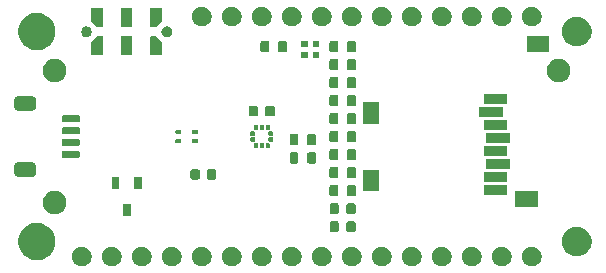
<source format=gbr>
%TF.GenerationSoftware,KiCad,Pcbnew,9.0.0*%
%TF.CreationDate,2025-03-29T14:14:08-04:00*%
%TF.ProjectId,weather-featherwing,77656174-6865-4722-9d66-656174686572,1.3.0*%
%TF.SameCoordinates,Original*%
%TF.FileFunction,Soldermask,Top*%
%TF.FilePolarity,Negative*%
%FSLAX46Y46*%
G04 Gerber Fmt 4.6, Leading zero omitted, Abs format (unit mm)*
G04 Created by KiCad (PCBNEW 9.0.0) date 2025-03-29 14:14:08*
%MOMM*%
%LPD*%
G01*
G04 APERTURE LIST*
G04 APERTURE END LIST*
G36*
X120896742Y-117296601D02*
G01*
X121050687Y-117360367D01*
X121189234Y-117452941D01*
X121307059Y-117570766D01*
X121399633Y-117709313D01*
X121463399Y-117863258D01*
X121495907Y-118026685D01*
X121495907Y-118193315D01*
X121463399Y-118356742D01*
X121399633Y-118510687D01*
X121307059Y-118649234D01*
X121189234Y-118767059D01*
X121050687Y-118859633D01*
X120896742Y-118923399D01*
X120733315Y-118955907D01*
X120566685Y-118955907D01*
X120403258Y-118923399D01*
X120249313Y-118859633D01*
X120110766Y-118767059D01*
X119992941Y-118649234D01*
X119900367Y-118510687D01*
X119836601Y-118356742D01*
X119804093Y-118193315D01*
X119804093Y-118026685D01*
X119836601Y-117863258D01*
X119900367Y-117709313D01*
X119992941Y-117570766D01*
X120110766Y-117452941D01*
X120249313Y-117360367D01*
X120403258Y-117296601D01*
X120566685Y-117264093D01*
X120733315Y-117264093D01*
X120896742Y-117296601D01*
G37*
G36*
X123436742Y-117296601D02*
G01*
X123590687Y-117360367D01*
X123729234Y-117452941D01*
X123847059Y-117570766D01*
X123939633Y-117709313D01*
X124003399Y-117863258D01*
X124035907Y-118026685D01*
X124035907Y-118193315D01*
X124003399Y-118356742D01*
X123939633Y-118510687D01*
X123847059Y-118649234D01*
X123729234Y-118767059D01*
X123590687Y-118859633D01*
X123436742Y-118923399D01*
X123273315Y-118955907D01*
X123106685Y-118955907D01*
X122943258Y-118923399D01*
X122789313Y-118859633D01*
X122650766Y-118767059D01*
X122532941Y-118649234D01*
X122440367Y-118510687D01*
X122376601Y-118356742D01*
X122344093Y-118193315D01*
X122344093Y-118026685D01*
X122376601Y-117863258D01*
X122440367Y-117709313D01*
X122532941Y-117570766D01*
X122650766Y-117452941D01*
X122789313Y-117360367D01*
X122943258Y-117296601D01*
X123106685Y-117264093D01*
X123273315Y-117264093D01*
X123436742Y-117296601D01*
G37*
G36*
X125976742Y-117296601D02*
G01*
X126130687Y-117360367D01*
X126269234Y-117452941D01*
X126387059Y-117570766D01*
X126479633Y-117709313D01*
X126543399Y-117863258D01*
X126575907Y-118026685D01*
X126575907Y-118193315D01*
X126543399Y-118356742D01*
X126479633Y-118510687D01*
X126387059Y-118649234D01*
X126269234Y-118767059D01*
X126130687Y-118859633D01*
X125976742Y-118923399D01*
X125813315Y-118955907D01*
X125646685Y-118955907D01*
X125483258Y-118923399D01*
X125329313Y-118859633D01*
X125190766Y-118767059D01*
X125072941Y-118649234D01*
X124980367Y-118510687D01*
X124916601Y-118356742D01*
X124884093Y-118193315D01*
X124884093Y-118026685D01*
X124916601Y-117863258D01*
X124980367Y-117709313D01*
X125072941Y-117570766D01*
X125190766Y-117452941D01*
X125329313Y-117360367D01*
X125483258Y-117296601D01*
X125646685Y-117264093D01*
X125813315Y-117264093D01*
X125976742Y-117296601D01*
G37*
G36*
X128516742Y-117296601D02*
G01*
X128670687Y-117360367D01*
X128809234Y-117452941D01*
X128927059Y-117570766D01*
X129019633Y-117709313D01*
X129083399Y-117863258D01*
X129115907Y-118026685D01*
X129115907Y-118193315D01*
X129083399Y-118356742D01*
X129019633Y-118510687D01*
X128927059Y-118649234D01*
X128809234Y-118767059D01*
X128670687Y-118859633D01*
X128516742Y-118923399D01*
X128353315Y-118955907D01*
X128186685Y-118955907D01*
X128023258Y-118923399D01*
X127869313Y-118859633D01*
X127730766Y-118767059D01*
X127612941Y-118649234D01*
X127520367Y-118510687D01*
X127456601Y-118356742D01*
X127424093Y-118193315D01*
X127424093Y-118026685D01*
X127456601Y-117863258D01*
X127520367Y-117709313D01*
X127612941Y-117570766D01*
X127730766Y-117452941D01*
X127869313Y-117360367D01*
X128023258Y-117296601D01*
X128186685Y-117264093D01*
X128353315Y-117264093D01*
X128516742Y-117296601D01*
G37*
G36*
X131056742Y-117296601D02*
G01*
X131210687Y-117360367D01*
X131349234Y-117452941D01*
X131467059Y-117570766D01*
X131559633Y-117709313D01*
X131623399Y-117863258D01*
X131655907Y-118026685D01*
X131655907Y-118193315D01*
X131623399Y-118356742D01*
X131559633Y-118510687D01*
X131467059Y-118649234D01*
X131349234Y-118767059D01*
X131210687Y-118859633D01*
X131056742Y-118923399D01*
X130893315Y-118955907D01*
X130726685Y-118955907D01*
X130563258Y-118923399D01*
X130409313Y-118859633D01*
X130270766Y-118767059D01*
X130152941Y-118649234D01*
X130060367Y-118510687D01*
X129996601Y-118356742D01*
X129964093Y-118193315D01*
X129964093Y-118026685D01*
X129996601Y-117863258D01*
X130060367Y-117709313D01*
X130152941Y-117570766D01*
X130270766Y-117452941D01*
X130409313Y-117360367D01*
X130563258Y-117296601D01*
X130726685Y-117264093D01*
X130893315Y-117264093D01*
X131056742Y-117296601D01*
G37*
G36*
X133596742Y-117296601D02*
G01*
X133750687Y-117360367D01*
X133889234Y-117452941D01*
X134007059Y-117570766D01*
X134099633Y-117709313D01*
X134163399Y-117863258D01*
X134195907Y-118026685D01*
X134195907Y-118193315D01*
X134163399Y-118356742D01*
X134099633Y-118510687D01*
X134007059Y-118649234D01*
X133889234Y-118767059D01*
X133750687Y-118859633D01*
X133596742Y-118923399D01*
X133433315Y-118955907D01*
X133266685Y-118955907D01*
X133103258Y-118923399D01*
X132949313Y-118859633D01*
X132810766Y-118767059D01*
X132692941Y-118649234D01*
X132600367Y-118510687D01*
X132536601Y-118356742D01*
X132504093Y-118193315D01*
X132504093Y-118026685D01*
X132536601Y-117863258D01*
X132600367Y-117709313D01*
X132692941Y-117570766D01*
X132810766Y-117452941D01*
X132949313Y-117360367D01*
X133103258Y-117296601D01*
X133266685Y-117264093D01*
X133433315Y-117264093D01*
X133596742Y-117296601D01*
G37*
G36*
X136136742Y-117296601D02*
G01*
X136290687Y-117360367D01*
X136429234Y-117452941D01*
X136547059Y-117570766D01*
X136639633Y-117709313D01*
X136703399Y-117863258D01*
X136735907Y-118026685D01*
X136735907Y-118193315D01*
X136703399Y-118356742D01*
X136639633Y-118510687D01*
X136547059Y-118649234D01*
X136429234Y-118767059D01*
X136290687Y-118859633D01*
X136136742Y-118923399D01*
X135973315Y-118955907D01*
X135806685Y-118955907D01*
X135643258Y-118923399D01*
X135489313Y-118859633D01*
X135350766Y-118767059D01*
X135232941Y-118649234D01*
X135140367Y-118510687D01*
X135076601Y-118356742D01*
X135044093Y-118193315D01*
X135044093Y-118026685D01*
X135076601Y-117863258D01*
X135140367Y-117709313D01*
X135232941Y-117570766D01*
X135350766Y-117452941D01*
X135489313Y-117360367D01*
X135643258Y-117296601D01*
X135806685Y-117264093D01*
X135973315Y-117264093D01*
X136136742Y-117296601D01*
G37*
G36*
X138676742Y-117296601D02*
G01*
X138830687Y-117360367D01*
X138969234Y-117452941D01*
X139087059Y-117570766D01*
X139179633Y-117709313D01*
X139243399Y-117863258D01*
X139275907Y-118026685D01*
X139275907Y-118193315D01*
X139243399Y-118356742D01*
X139179633Y-118510687D01*
X139087059Y-118649234D01*
X138969234Y-118767059D01*
X138830687Y-118859633D01*
X138676742Y-118923399D01*
X138513315Y-118955907D01*
X138346685Y-118955907D01*
X138183258Y-118923399D01*
X138029313Y-118859633D01*
X137890766Y-118767059D01*
X137772941Y-118649234D01*
X137680367Y-118510687D01*
X137616601Y-118356742D01*
X137584093Y-118193315D01*
X137584093Y-118026685D01*
X137616601Y-117863258D01*
X137680367Y-117709313D01*
X137772941Y-117570766D01*
X137890766Y-117452941D01*
X138029313Y-117360367D01*
X138183258Y-117296601D01*
X138346685Y-117264093D01*
X138513315Y-117264093D01*
X138676742Y-117296601D01*
G37*
G36*
X141216742Y-117296601D02*
G01*
X141370687Y-117360367D01*
X141509234Y-117452941D01*
X141627059Y-117570766D01*
X141719633Y-117709313D01*
X141783399Y-117863258D01*
X141815907Y-118026685D01*
X141815907Y-118193315D01*
X141783399Y-118356742D01*
X141719633Y-118510687D01*
X141627059Y-118649234D01*
X141509234Y-118767059D01*
X141370687Y-118859633D01*
X141216742Y-118923399D01*
X141053315Y-118955907D01*
X140886685Y-118955907D01*
X140723258Y-118923399D01*
X140569313Y-118859633D01*
X140430766Y-118767059D01*
X140312941Y-118649234D01*
X140220367Y-118510687D01*
X140156601Y-118356742D01*
X140124093Y-118193315D01*
X140124093Y-118026685D01*
X140156601Y-117863258D01*
X140220367Y-117709313D01*
X140312941Y-117570766D01*
X140430766Y-117452941D01*
X140569313Y-117360367D01*
X140723258Y-117296601D01*
X140886685Y-117264093D01*
X141053315Y-117264093D01*
X141216742Y-117296601D01*
G37*
G36*
X143756742Y-117296601D02*
G01*
X143910687Y-117360367D01*
X144049234Y-117452941D01*
X144167059Y-117570766D01*
X144259633Y-117709313D01*
X144323399Y-117863258D01*
X144355907Y-118026685D01*
X144355907Y-118193315D01*
X144323399Y-118356742D01*
X144259633Y-118510687D01*
X144167059Y-118649234D01*
X144049234Y-118767059D01*
X143910687Y-118859633D01*
X143756742Y-118923399D01*
X143593315Y-118955907D01*
X143426685Y-118955907D01*
X143263258Y-118923399D01*
X143109313Y-118859633D01*
X142970766Y-118767059D01*
X142852941Y-118649234D01*
X142760367Y-118510687D01*
X142696601Y-118356742D01*
X142664093Y-118193315D01*
X142664093Y-118026685D01*
X142696601Y-117863258D01*
X142760367Y-117709313D01*
X142852941Y-117570766D01*
X142970766Y-117452941D01*
X143109313Y-117360367D01*
X143263258Y-117296601D01*
X143426685Y-117264093D01*
X143593315Y-117264093D01*
X143756742Y-117296601D01*
G37*
G36*
X146296742Y-117296601D02*
G01*
X146450687Y-117360367D01*
X146589234Y-117452941D01*
X146707059Y-117570766D01*
X146799633Y-117709313D01*
X146863399Y-117863258D01*
X146895907Y-118026685D01*
X146895907Y-118193315D01*
X146863399Y-118356742D01*
X146799633Y-118510687D01*
X146707059Y-118649234D01*
X146589234Y-118767059D01*
X146450687Y-118859633D01*
X146296742Y-118923399D01*
X146133315Y-118955907D01*
X145966685Y-118955907D01*
X145803258Y-118923399D01*
X145649313Y-118859633D01*
X145510766Y-118767059D01*
X145392941Y-118649234D01*
X145300367Y-118510687D01*
X145236601Y-118356742D01*
X145204093Y-118193315D01*
X145204093Y-118026685D01*
X145236601Y-117863258D01*
X145300367Y-117709313D01*
X145392941Y-117570766D01*
X145510766Y-117452941D01*
X145649313Y-117360367D01*
X145803258Y-117296601D01*
X145966685Y-117264093D01*
X146133315Y-117264093D01*
X146296742Y-117296601D01*
G37*
G36*
X148836742Y-117296601D02*
G01*
X148990687Y-117360367D01*
X149129234Y-117452941D01*
X149247059Y-117570766D01*
X149339633Y-117709313D01*
X149403399Y-117863258D01*
X149435907Y-118026685D01*
X149435907Y-118193315D01*
X149403399Y-118356742D01*
X149339633Y-118510687D01*
X149247059Y-118649234D01*
X149129234Y-118767059D01*
X148990687Y-118859633D01*
X148836742Y-118923399D01*
X148673315Y-118955907D01*
X148506685Y-118955907D01*
X148343258Y-118923399D01*
X148189313Y-118859633D01*
X148050766Y-118767059D01*
X147932941Y-118649234D01*
X147840367Y-118510687D01*
X147776601Y-118356742D01*
X147744093Y-118193315D01*
X147744093Y-118026685D01*
X147776601Y-117863258D01*
X147840367Y-117709313D01*
X147932941Y-117570766D01*
X148050766Y-117452941D01*
X148189313Y-117360367D01*
X148343258Y-117296601D01*
X148506685Y-117264093D01*
X148673315Y-117264093D01*
X148836742Y-117296601D01*
G37*
G36*
X151376742Y-117296601D02*
G01*
X151530687Y-117360367D01*
X151669234Y-117452941D01*
X151787059Y-117570766D01*
X151879633Y-117709313D01*
X151943399Y-117863258D01*
X151975907Y-118026685D01*
X151975907Y-118193315D01*
X151943399Y-118356742D01*
X151879633Y-118510687D01*
X151787059Y-118649234D01*
X151669234Y-118767059D01*
X151530687Y-118859633D01*
X151376742Y-118923399D01*
X151213315Y-118955907D01*
X151046685Y-118955907D01*
X150883258Y-118923399D01*
X150729313Y-118859633D01*
X150590766Y-118767059D01*
X150472941Y-118649234D01*
X150380367Y-118510687D01*
X150316601Y-118356742D01*
X150284093Y-118193315D01*
X150284093Y-118026685D01*
X150316601Y-117863258D01*
X150380367Y-117709313D01*
X150472941Y-117570766D01*
X150590766Y-117452941D01*
X150729313Y-117360367D01*
X150883258Y-117296601D01*
X151046685Y-117264093D01*
X151213315Y-117264093D01*
X151376742Y-117296601D01*
G37*
G36*
X153916742Y-117296601D02*
G01*
X154070687Y-117360367D01*
X154209234Y-117452941D01*
X154327059Y-117570766D01*
X154419633Y-117709313D01*
X154483399Y-117863258D01*
X154515907Y-118026685D01*
X154515907Y-118193315D01*
X154483399Y-118356742D01*
X154419633Y-118510687D01*
X154327059Y-118649234D01*
X154209234Y-118767059D01*
X154070687Y-118859633D01*
X153916742Y-118923399D01*
X153753315Y-118955907D01*
X153586685Y-118955907D01*
X153423258Y-118923399D01*
X153269313Y-118859633D01*
X153130766Y-118767059D01*
X153012941Y-118649234D01*
X152920367Y-118510687D01*
X152856601Y-118356742D01*
X152824093Y-118193315D01*
X152824093Y-118026685D01*
X152856601Y-117863258D01*
X152920367Y-117709313D01*
X153012941Y-117570766D01*
X153130766Y-117452941D01*
X153269313Y-117360367D01*
X153423258Y-117296601D01*
X153586685Y-117264093D01*
X153753315Y-117264093D01*
X153916742Y-117296601D01*
G37*
G36*
X156456742Y-117296601D02*
G01*
X156610687Y-117360367D01*
X156749234Y-117452941D01*
X156867059Y-117570766D01*
X156959633Y-117709313D01*
X157023399Y-117863258D01*
X157055907Y-118026685D01*
X157055907Y-118193315D01*
X157023399Y-118356742D01*
X156959633Y-118510687D01*
X156867059Y-118649234D01*
X156749234Y-118767059D01*
X156610687Y-118859633D01*
X156456742Y-118923399D01*
X156293315Y-118955907D01*
X156126685Y-118955907D01*
X155963258Y-118923399D01*
X155809313Y-118859633D01*
X155670766Y-118767059D01*
X155552941Y-118649234D01*
X155460367Y-118510687D01*
X155396601Y-118356742D01*
X155364093Y-118193315D01*
X155364093Y-118026685D01*
X155396601Y-117863258D01*
X155460367Y-117709313D01*
X155552941Y-117570766D01*
X155670766Y-117452941D01*
X155809313Y-117360367D01*
X155963258Y-117296601D01*
X156126685Y-117264093D01*
X156293315Y-117264093D01*
X156456742Y-117296601D01*
G37*
G36*
X158996742Y-117296601D02*
G01*
X159150687Y-117360367D01*
X159289234Y-117452941D01*
X159407059Y-117570766D01*
X159499633Y-117709313D01*
X159563399Y-117863258D01*
X159595907Y-118026685D01*
X159595907Y-118193315D01*
X159563399Y-118356742D01*
X159499633Y-118510687D01*
X159407059Y-118649234D01*
X159289234Y-118767059D01*
X159150687Y-118859633D01*
X158996742Y-118923399D01*
X158833315Y-118955907D01*
X158666685Y-118955907D01*
X158503258Y-118923399D01*
X158349313Y-118859633D01*
X158210766Y-118767059D01*
X158092941Y-118649234D01*
X158000367Y-118510687D01*
X157936601Y-118356742D01*
X157904093Y-118193315D01*
X157904093Y-118026685D01*
X157936601Y-117863258D01*
X158000367Y-117709313D01*
X158092941Y-117570766D01*
X158210766Y-117452941D01*
X158349313Y-117360367D01*
X158503258Y-117296601D01*
X158666685Y-117264093D01*
X158833315Y-117264093D01*
X158996742Y-117296601D01*
G37*
G36*
X117206509Y-115313379D02*
G01*
X117440813Y-115389509D01*
X117660323Y-115501355D01*
X117859633Y-115646163D01*
X118033837Y-115820367D01*
X118178645Y-116019677D01*
X118290491Y-116239187D01*
X118366621Y-116473491D01*
X118405160Y-116716819D01*
X118405160Y-116963181D01*
X118366621Y-117206509D01*
X118290491Y-117440813D01*
X118178645Y-117660323D01*
X118033837Y-117859633D01*
X117859633Y-118033837D01*
X117660323Y-118178645D01*
X117440813Y-118290491D01*
X117206509Y-118366621D01*
X116963181Y-118405160D01*
X116716819Y-118405160D01*
X116473491Y-118366621D01*
X116239187Y-118290491D01*
X116019677Y-118178645D01*
X115820367Y-118033837D01*
X115646163Y-117859633D01*
X115501355Y-117660323D01*
X115389509Y-117440813D01*
X115313379Y-117206509D01*
X115274840Y-116963181D01*
X115274840Y-116716819D01*
X115313379Y-116473491D01*
X115389509Y-116239187D01*
X115501355Y-116019677D01*
X115646163Y-115820367D01*
X115820367Y-115646163D01*
X116019677Y-115501355D01*
X116239187Y-115389509D01*
X116473491Y-115313379D01*
X116716819Y-115274840D01*
X116963181Y-115274840D01*
X117206509Y-115313379D01*
G37*
G36*
X162856476Y-115605090D02*
G01*
X163046008Y-115666673D01*
X163223573Y-115757147D01*
X163384799Y-115874284D01*
X163525716Y-116015201D01*
X163642853Y-116176427D01*
X163733327Y-116353992D01*
X163794910Y-116543524D01*
X163826085Y-116740357D01*
X163826085Y-116939643D01*
X163794910Y-117136476D01*
X163733327Y-117326008D01*
X163642853Y-117503573D01*
X163525716Y-117664799D01*
X163384799Y-117805716D01*
X163223573Y-117922853D01*
X163046008Y-118013327D01*
X162856476Y-118074910D01*
X162659643Y-118106085D01*
X162460357Y-118106085D01*
X162263524Y-118074910D01*
X162073992Y-118013327D01*
X161896427Y-117922853D01*
X161735201Y-117805716D01*
X161594284Y-117664799D01*
X161477147Y-117503573D01*
X161386673Y-117326008D01*
X161325090Y-117136476D01*
X161293915Y-116939643D01*
X161293915Y-116740357D01*
X161325090Y-116543524D01*
X161386673Y-116353992D01*
X161477147Y-116176427D01*
X161594284Y-116015201D01*
X161735201Y-115874284D01*
X161896427Y-115757147D01*
X162073992Y-115666673D01*
X162263524Y-115605090D01*
X162460357Y-115573915D01*
X162659643Y-115573915D01*
X162856476Y-115605090D01*
G37*
G36*
X142326537Y-115140224D02*
G01*
X142391421Y-115183579D01*
X142434776Y-115248463D01*
X142450000Y-115325000D01*
X142450000Y-115825000D01*
X142434776Y-115901537D01*
X142391421Y-115966421D01*
X142326537Y-116009776D01*
X142250000Y-116025000D01*
X141850000Y-116025000D01*
X141773463Y-116009776D01*
X141708579Y-115966421D01*
X141665224Y-115901537D01*
X141650000Y-115825000D01*
X141650000Y-115325000D01*
X141665224Y-115248463D01*
X141708579Y-115183579D01*
X141773463Y-115140224D01*
X141850000Y-115125000D01*
X142250000Y-115125000D01*
X142326537Y-115140224D01*
G37*
G36*
X143726537Y-115140224D02*
G01*
X143791421Y-115183579D01*
X143834776Y-115248463D01*
X143850000Y-115325000D01*
X143850000Y-115825000D01*
X143834776Y-115901537D01*
X143791421Y-115966421D01*
X143726537Y-116009776D01*
X143650000Y-116025000D01*
X143250000Y-116025000D01*
X143173463Y-116009776D01*
X143108579Y-115966421D01*
X143065224Y-115901537D01*
X143050000Y-115825000D01*
X143050000Y-115325000D01*
X143065224Y-115248463D01*
X143108579Y-115183579D01*
X143173463Y-115140224D01*
X143250000Y-115125000D01*
X143650000Y-115125000D01*
X143726537Y-115140224D01*
G37*
G36*
X124754134Y-113658806D02*
G01*
X124770355Y-113669645D01*
X124781194Y-113685866D01*
X124785000Y-113705000D01*
X124785000Y-114655000D01*
X124781194Y-114674134D01*
X124770355Y-114690355D01*
X124754134Y-114701194D01*
X124735000Y-114705000D01*
X124185000Y-114705000D01*
X124165866Y-114701194D01*
X124149645Y-114690355D01*
X124138806Y-114674134D01*
X124135000Y-114655000D01*
X124135000Y-113705000D01*
X124138806Y-113685866D01*
X124149645Y-113669645D01*
X124165866Y-113658806D01*
X124185000Y-113655000D01*
X124735000Y-113655000D01*
X124754134Y-113658806D01*
G37*
G36*
X118654285Y-112581060D02*
G01*
X118835397Y-112656079D01*
X118998393Y-112764990D01*
X119137010Y-112903607D01*
X119245921Y-113066603D01*
X119320940Y-113247715D01*
X119359185Y-113439983D01*
X119359185Y-113636017D01*
X119320940Y-113828285D01*
X119245921Y-114009397D01*
X119137010Y-114172393D01*
X118998393Y-114311010D01*
X118835397Y-114419921D01*
X118654285Y-114494940D01*
X118462017Y-114533185D01*
X118265983Y-114533185D01*
X118073715Y-114494940D01*
X117892603Y-114419921D01*
X117729607Y-114311010D01*
X117590990Y-114172393D01*
X117482079Y-114009397D01*
X117407060Y-113828285D01*
X117368815Y-113636017D01*
X117368815Y-113439983D01*
X117407060Y-113247715D01*
X117482079Y-113066603D01*
X117590990Y-112903607D01*
X117729607Y-112764990D01*
X117892603Y-112656079D01*
X118073715Y-112581060D01*
X118265983Y-112542815D01*
X118462017Y-112542815D01*
X118654285Y-112581060D01*
G37*
G36*
X142326537Y-113615224D02*
G01*
X142391421Y-113658579D01*
X142434776Y-113723463D01*
X142450000Y-113800000D01*
X142450000Y-114300000D01*
X142434776Y-114376537D01*
X142391421Y-114441421D01*
X142326537Y-114484776D01*
X142250000Y-114500000D01*
X141850000Y-114500000D01*
X141773463Y-114484776D01*
X141708579Y-114441421D01*
X141665224Y-114376537D01*
X141650000Y-114300000D01*
X141650000Y-113800000D01*
X141665224Y-113723463D01*
X141708579Y-113658579D01*
X141773463Y-113615224D01*
X141850000Y-113600000D01*
X142250000Y-113600000D01*
X142326537Y-113615224D01*
G37*
G36*
X143726537Y-113615224D02*
G01*
X143791421Y-113658579D01*
X143834776Y-113723463D01*
X143850000Y-113800000D01*
X143850000Y-114300000D01*
X143834776Y-114376537D01*
X143791421Y-114441421D01*
X143726537Y-114484776D01*
X143650000Y-114500000D01*
X143250000Y-114500000D01*
X143173463Y-114484776D01*
X143108579Y-114441421D01*
X143065224Y-114376537D01*
X143050000Y-114300000D01*
X143050000Y-113800000D01*
X143065224Y-113723463D01*
X143108579Y-113658579D01*
X143173463Y-113615224D01*
X143250000Y-113600000D01*
X143650000Y-113600000D01*
X143726537Y-113615224D01*
G37*
G36*
X159219134Y-112558806D02*
G01*
X159235355Y-112569645D01*
X159246194Y-112585866D01*
X159250000Y-112605000D01*
X159250000Y-113905000D01*
X159246194Y-113924134D01*
X159235355Y-113940355D01*
X159219134Y-113951194D01*
X159200000Y-113955000D01*
X157400000Y-113955000D01*
X157380866Y-113951194D01*
X157364645Y-113940355D01*
X157353806Y-113924134D01*
X157350000Y-113905000D01*
X157350000Y-112605000D01*
X157353806Y-112585866D01*
X157364645Y-112569645D01*
X157380866Y-112558806D01*
X157400000Y-112555000D01*
X159200000Y-112555000D01*
X159219134Y-112558806D01*
G37*
G36*
X142259253Y-112039273D02*
G01*
X142320083Y-112079917D01*
X142360727Y-112140747D01*
X142375000Y-112212500D01*
X142375000Y-112837500D01*
X142360727Y-112909253D01*
X142320083Y-112970083D01*
X142259253Y-113010727D01*
X142187500Y-113025000D01*
X141812500Y-113025000D01*
X141740747Y-113010727D01*
X141679917Y-112970083D01*
X141639273Y-112909253D01*
X141625000Y-112837500D01*
X141625000Y-112212500D01*
X141639273Y-112140747D01*
X141679917Y-112079917D01*
X141740747Y-112039273D01*
X141812500Y-112025000D01*
X142187500Y-112025000D01*
X142259253Y-112039273D01*
G37*
G36*
X143759253Y-112039273D02*
G01*
X143820083Y-112079917D01*
X143860727Y-112140747D01*
X143875000Y-112212500D01*
X143875000Y-112837500D01*
X143860727Y-112909253D01*
X143820083Y-112970083D01*
X143759253Y-113010727D01*
X143687500Y-113025000D01*
X143312500Y-113025000D01*
X143240747Y-113010727D01*
X143179917Y-112970083D01*
X143139273Y-112909253D01*
X143125000Y-112837500D01*
X143125000Y-112212500D01*
X143139273Y-112140747D01*
X143179917Y-112079917D01*
X143240747Y-112039273D01*
X143312500Y-112025000D01*
X143687500Y-112025000D01*
X143759253Y-112039273D01*
G37*
G36*
X156669134Y-112068806D02*
G01*
X156685355Y-112079645D01*
X156696194Y-112095866D01*
X156700000Y-112115000D01*
X156700000Y-112815000D01*
X156696194Y-112834134D01*
X156685355Y-112850355D01*
X156669134Y-112861194D01*
X156650000Y-112865000D01*
X154750000Y-112865000D01*
X154730866Y-112861194D01*
X154714645Y-112850355D01*
X154703806Y-112834134D01*
X154700000Y-112815000D01*
X154700000Y-112115000D01*
X154703806Y-112095866D01*
X154714645Y-112079645D01*
X154730866Y-112068806D01*
X154750000Y-112065000D01*
X156650000Y-112065000D01*
X156669134Y-112068806D01*
G37*
G36*
X145819134Y-110758806D02*
G01*
X145835355Y-110769645D01*
X145846194Y-110785866D01*
X145850000Y-110805000D01*
X145850000Y-112505000D01*
X145846194Y-112524134D01*
X145835355Y-112540355D01*
X145819134Y-112551194D01*
X145800000Y-112555000D01*
X144500000Y-112555000D01*
X144480866Y-112551194D01*
X144464645Y-112540355D01*
X144453806Y-112524134D01*
X144450000Y-112505000D01*
X144450000Y-110805000D01*
X144453806Y-110785866D01*
X144464645Y-110769645D01*
X144480866Y-110758806D01*
X144500000Y-110755000D01*
X145800000Y-110755000D01*
X145819134Y-110758806D01*
G37*
G36*
X123804134Y-111358806D02*
G01*
X123820355Y-111369645D01*
X123831194Y-111385866D01*
X123835000Y-111405000D01*
X123835000Y-112355000D01*
X123831194Y-112374134D01*
X123820355Y-112390355D01*
X123804134Y-112401194D01*
X123785000Y-112405000D01*
X123235000Y-112405000D01*
X123215866Y-112401194D01*
X123199645Y-112390355D01*
X123188806Y-112374134D01*
X123185000Y-112355000D01*
X123185000Y-111405000D01*
X123188806Y-111385866D01*
X123199645Y-111369645D01*
X123215866Y-111358806D01*
X123235000Y-111355000D01*
X123785000Y-111355000D01*
X123804134Y-111358806D01*
G37*
G36*
X125704134Y-111358806D02*
G01*
X125720355Y-111369645D01*
X125731194Y-111385866D01*
X125735000Y-111405000D01*
X125735000Y-112355000D01*
X125731194Y-112374134D01*
X125720355Y-112390355D01*
X125704134Y-112401194D01*
X125685000Y-112405000D01*
X125135000Y-112405000D01*
X125115866Y-112401194D01*
X125099645Y-112390355D01*
X125088806Y-112374134D01*
X125085000Y-112355000D01*
X125085000Y-111405000D01*
X125088806Y-111385866D01*
X125099645Y-111369645D01*
X125115866Y-111358806D01*
X125135000Y-111355000D01*
X125685000Y-111355000D01*
X125704134Y-111358806D01*
G37*
G36*
X156669134Y-110968806D02*
G01*
X156685355Y-110979645D01*
X156696194Y-110995866D01*
X156700000Y-111015000D01*
X156700000Y-111715000D01*
X156696194Y-111734134D01*
X156685355Y-111750355D01*
X156669134Y-111761194D01*
X156650000Y-111765000D01*
X154750000Y-111765000D01*
X154730866Y-111761194D01*
X154714645Y-111750355D01*
X154703806Y-111734134D01*
X154700000Y-111715000D01*
X154700000Y-111015000D01*
X154703806Y-110995866D01*
X154714645Y-110979645D01*
X154730866Y-110968806D01*
X154750000Y-110965000D01*
X156650000Y-110965000D01*
X156669134Y-110968806D01*
G37*
G36*
X130526537Y-110715224D02*
G01*
X130591421Y-110758579D01*
X130634776Y-110823463D01*
X130650000Y-110900000D01*
X130650000Y-111400000D01*
X130634776Y-111476537D01*
X130591421Y-111541421D01*
X130526537Y-111584776D01*
X130450000Y-111600000D01*
X130050000Y-111600000D01*
X129973463Y-111584776D01*
X129908579Y-111541421D01*
X129865224Y-111476537D01*
X129850000Y-111400000D01*
X129850000Y-110900000D01*
X129865224Y-110823463D01*
X129908579Y-110758579D01*
X129973463Y-110715224D01*
X130050000Y-110700000D01*
X130450000Y-110700000D01*
X130526537Y-110715224D01*
G37*
G36*
X131926537Y-110715224D02*
G01*
X131991421Y-110758579D01*
X132034776Y-110823463D01*
X132050000Y-110900000D01*
X132050000Y-111400000D01*
X132034776Y-111476537D01*
X131991421Y-111541421D01*
X131926537Y-111584776D01*
X131850000Y-111600000D01*
X131450000Y-111600000D01*
X131373463Y-111584776D01*
X131308579Y-111541421D01*
X131265224Y-111476537D01*
X131250000Y-111400000D01*
X131250000Y-110900000D01*
X131265224Y-110823463D01*
X131308579Y-110758579D01*
X131373463Y-110715224D01*
X131450000Y-110700000D01*
X131850000Y-110700000D01*
X131926537Y-110715224D01*
G37*
G36*
X142259253Y-110514273D02*
G01*
X142320083Y-110554917D01*
X142360727Y-110615747D01*
X142375000Y-110687500D01*
X142375000Y-111312500D01*
X142360727Y-111384253D01*
X142320083Y-111445083D01*
X142259253Y-111485727D01*
X142187500Y-111500000D01*
X141812500Y-111500000D01*
X141740747Y-111485727D01*
X141679917Y-111445083D01*
X141639273Y-111384253D01*
X141625000Y-111312500D01*
X141625000Y-110687500D01*
X141639273Y-110615747D01*
X141679917Y-110554917D01*
X141740747Y-110514273D01*
X141812500Y-110500000D01*
X142187500Y-110500000D01*
X142259253Y-110514273D01*
G37*
G36*
X143759253Y-110514273D02*
G01*
X143820083Y-110554917D01*
X143860727Y-110615747D01*
X143875000Y-110687500D01*
X143875000Y-111312500D01*
X143860727Y-111384253D01*
X143820083Y-111445083D01*
X143759253Y-111485727D01*
X143687500Y-111500000D01*
X143312500Y-111500000D01*
X143240747Y-111485727D01*
X143179917Y-111445083D01*
X143139273Y-111384253D01*
X143125000Y-111312500D01*
X143125000Y-110687500D01*
X143139273Y-110615747D01*
X143179917Y-110554917D01*
X143240747Y-110514273D01*
X143312500Y-110500000D01*
X143687500Y-110500000D01*
X143759253Y-110514273D01*
G37*
G36*
X116509516Y-110150818D02*
G01*
X116560779Y-110156766D01*
X116578292Y-110164499D01*
X116601071Y-110169030D01*
X116625457Y-110185324D01*
X116646188Y-110194478D01*
X116660346Y-110208636D01*
X116682177Y-110223223D01*
X116696763Y-110245053D01*
X116710921Y-110259211D01*
X116720073Y-110279939D01*
X116736370Y-110304329D01*
X116740901Y-110327109D01*
X116748633Y-110344620D01*
X116754578Y-110395872D01*
X116755400Y-110400000D01*
X116755400Y-111100000D01*
X116754578Y-111104128D01*
X116748633Y-111155379D01*
X116740901Y-111172888D01*
X116736370Y-111195671D01*
X116720072Y-111220062D01*
X116710921Y-111240788D01*
X116696765Y-111254943D01*
X116682177Y-111276777D01*
X116660343Y-111291365D01*
X116646188Y-111305521D01*
X116625462Y-111314672D01*
X116601071Y-111330970D01*
X116578288Y-111335501D01*
X116560779Y-111343233D01*
X116509529Y-111349178D01*
X116505400Y-111350000D01*
X115205400Y-111350000D01*
X115201273Y-111349179D01*
X115150020Y-111343233D01*
X115132509Y-111335501D01*
X115109729Y-111330970D01*
X115085339Y-111314673D01*
X115064611Y-111305521D01*
X115050453Y-111291363D01*
X115028623Y-111276777D01*
X115014036Y-111254946D01*
X114999878Y-111240788D01*
X114990724Y-111220057D01*
X114974430Y-111195671D01*
X114969899Y-111172892D01*
X114962166Y-111155379D01*
X114956218Y-111104117D01*
X114955400Y-111100000D01*
X114955400Y-110400000D01*
X114956218Y-110395885D01*
X114962166Y-110344620D01*
X114969899Y-110327105D01*
X114974430Y-110304329D01*
X114990723Y-110279944D01*
X114999878Y-110259211D01*
X115014038Y-110245050D01*
X115028623Y-110223223D01*
X115050450Y-110208638D01*
X115064611Y-110194478D01*
X115085344Y-110185323D01*
X115109729Y-110169030D01*
X115132505Y-110164499D01*
X115150020Y-110156766D01*
X115201284Y-110150818D01*
X115205400Y-110150000D01*
X116505400Y-110150000D01*
X116509516Y-110150818D01*
G37*
G36*
X156869134Y-109868806D02*
G01*
X156885355Y-109879645D01*
X156896194Y-109895866D01*
X156900000Y-109915000D01*
X156900000Y-110615000D01*
X156896194Y-110634134D01*
X156885355Y-110650355D01*
X156869134Y-110661194D01*
X156850000Y-110665000D01*
X154950000Y-110665000D01*
X154930866Y-110661194D01*
X154914645Y-110650355D01*
X154903806Y-110634134D01*
X154900000Y-110615000D01*
X154900000Y-109915000D01*
X154903806Y-109895866D01*
X154914645Y-109879645D01*
X154930866Y-109868806D01*
X154950000Y-109865000D01*
X156850000Y-109865000D01*
X156869134Y-109868806D01*
G37*
G36*
X138884253Y-109264273D02*
G01*
X138945083Y-109304917D01*
X138985727Y-109365747D01*
X139000000Y-109437500D01*
X139000000Y-110062500D01*
X138985727Y-110134253D01*
X138945083Y-110195083D01*
X138884253Y-110235727D01*
X138812500Y-110250000D01*
X138437500Y-110250000D01*
X138365747Y-110235727D01*
X138304917Y-110195083D01*
X138264273Y-110134253D01*
X138250000Y-110062500D01*
X138250000Y-109437500D01*
X138264273Y-109365747D01*
X138304917Y-109304917D01*
X138365747Y-109264273D01*
X138437500Y-109250000D01*
X138812500Y-109250000D01*
X138884253Y-109264273D01*
G37*
G36*
X140384253Y-109264273D02*
G01*
X140445083Y-109304917D01*
X140485727Y-109365747D01*
X140500000Y-109437500D01*
X140500000Y-110062500D01*
X140485727Y-110134253D01*
X140445083Y-110195083D01*
X140384253Y-110235727D01*
X140312500Y-110250000D01*
X139937500Y-110250000D01*
X139865747Y-110235727D01*
X139804917Y-110195083D01*
X139764273Y-110134253D01*
X139750000Y-110062500D01*
X139750000Y-109437500D01*
X139764273Y-109365747D01*
X139804917Y-109304917D01*
X139865747Y-109264273D01*
X139937500Y-109250000D01*
X140312500Y-109250000D01*
X140384253Y-109264273D01*
G37*
G36*
X142259253Y-108989273D02*
G01*
X142320083Y-109029917D01*
X142360727Y-109090747D01*
X142375000Y-109162500D01*
X142375000Y-109787500D01*
X142360727Y-109859253D01*
X142320083Y-109920083D01*
X142259253Y-109960727D01*
X142187500Y-109975000D01*
X141812500Y-109975000D01*
X141740747Y-109960727D01*
X141679917Y-109920083D01*
X141639273Y-109859253D01*
X141625000Y-109787500D01*
X141625000Y-109162500D01*
X141639273Y-109090747D01*
X141679917Y-109029917D01*
X141740747Y-108989273D01*
X141812500Y-108975000D01*
X142187500Y-108975000D01*
X142259253Y-108989273D01*
G37*
G36*
X143759253Y-108989273D02*
G01*
X143820083Y-109029917D01*
X143860727Y-109090747D01*
X143875000Y-109162500D01*
X143875000Y-109787500D01*
X143860727Y-109859253D01*
X143820083Y-109920083D01*
X143759253Y-109960727D01*
X143687500Y-109975000D01*
X143312500Y-109975000D01*
X143240747Y-109960727D01*
X143179917Y-109920083D01*
X143139273Y-109859253D01*
X143125000Y-109787500D01*
X143125000Y-109162500D01*
X143139273Y-109090747D01*
X143179917Y-109029917D01*
X143240747Y-108989273D01*
X143312500Y-108975000D01*
X143687500Y-108975000D01*
X143759253Y-108989273D01*
G37*
G36*
X120412803Y-109161418D02*
G01*
X120461466Y-109193934D01*
X120493982Y-109242597D01*
X120505400Y-109300000D01*
X120505400Y-109600000D01*
X120493982Y-109657403D01*
X120461466Y-109706066D01*
X120412803Y-109738582D01*
X120355400Y-109750000D01*
X119105400Y-109750000D01*
X119047997Y-109738582D01*
X118999334Y-109706066D01*
X118966818Y-109657403D01*
X118955400Y-109600000D01*
X118955400Y-109300000D01*
X118966818Y-109242597D01*
X118999334Y-109193934D01*
X119047997Y-109161418D01*
X119105400Y-109150000D01*
X120355400Y-109150000D01*
X120412803Y-109161418D01*
G37*
G36*
X156669134Y-108768806D02*
G01*
X156685355Y-108779645D01*
X156696194Y-108795866D01*
X156700000Y-108815000D01*
X156700000Y-109515000D01*
X156696194Y-109534134D01*
X156685355Y-109550355D01*
X156669134Y-109561194D01*
X156650000Y-109565000D01*
X154750000Y-109565000D01*
X154730866Y-109561194D01*
X154714645Y-109550355D01*
X154703806Y-109534134D01*
X154700000Y-109515000D01*
X154700000Y-108815000D01*
X154703806Y-108795866D01*
X154714645Y-108779645D01*
X154730866Y-108768806D01*
X154750000Y-108765000D01*
X156650000Y-108765000D01*
X156669134Y-108768806D01*
G37*
G36*
X135534134Y-108521306D02*
G01*
X135550355Y-108532145D01*
X135561194Y-108548366D01*
X135565000Y-108567500D01*
X135565000Y-108864500D01*
X135561194Y-108883634D01*
X135550355Y-108899855D01*
X135534134Y-108910694D01*
X135515000Y-108914500D01*
X135265000Y-108914500D01*
X135245866Y-108910694D01*
X135229645Y-108899855D01*
X135218806Y-108883634D01*
X135215000Y-108864500D01*
X135215000Y-108567500D01*
X135218806Y-108548366D01*
X135229645Y-108532145D01*
X135245866Y-108521306D01*
X135265000Y-108517500D01*
X135515000Y-108517500D01*
X135534134Y-108521306D01*
G37*
G36*
X136034134Y-108521306D02*
G01*
X136050355Y-108532145D01*
X136061194Y-108548366D01*
X136065000Y-108567500D01*
X136065000Y-108864500D01*
X136061194Y-108883634D01*
X136050355Y-108899855D01*
X136034134Y-108910694D01*
X136015000Y-108914500D01*
X135765000Y-108914500D01*
X135745866Y-108910694D01*
X135729645Y-108899855D01*
X135718806Y-108883634D01*
X135715000Y-108864500D01*
X135715000Y-108567500D01*
X135718806Y-108548366D01*
X135729645Y-108532145D01*
X135745866Y-108521306D01*
X135765000Y-108517500D01*
X136015000Y-108517500D01*
X136034134Y-108521306D01*
G37*
G36*
X136534134Y-108521306D02*
G01*
X136550355Y-108532145D01*
X136561194Y-108548366D01*
X136565000Y-108567500D01*
X136565000Y-108864500D01*
X136561194Y-108883634D01*
X136550355Y-108899855D01*
X136534134Y-108910694D01*
X136515000Y-108914500D01*
X136265000Y-108914500D01*
X136245866Y-108910694D01*
X136229645Y-108899855D01*
X136218806Y-108883634D01*
X136215000Y-108864500D01*
X136215000Y-108567500D01*
X136218806Y-108548366D01*
X136229645Y-108532145D01*
X136245866Y-108521306D01*
X136265000Y-108517500D01*
X136515000Y-108517500D01*
X136534134Y-108521306D01*
G37*
G36*
X120412803Y-108161418D02*
G01*
X120461466Y-108193934D01*
X120493982Y-108242597D01*
X120505400Y-108300000D01*
X120505400Y-108600000D01*
X120493982Y-108657403D01*
X120461466Y-108706066D01*
X120412803Y-108738582D01*
X120355400Y-108750000D01*
X119105400Y-108750000D01*
X119047997Y-108738582D01*
X118999334Y-108706066D01*
X118966818Y-108657403D01*
X118955400Y-108600000D01*
X118955400Y-108300000D01*
X118966818Y-108242597D01*
X118999334Y-108193934D01*
X119047997Y-108161418D01*
X119105400Y-108150000D01*
X120355400Y-108150000D01*
X120412803Y-108161418D01*
G37*
G36*
X138884253Y-107714273D02*
G01*
X138945083Y-107754917D01*
X138985727Y-107815747D01*
X139000000Y-107887500D01*
X139000000Y-108512500D01*
X138985727Y-108584253D01*
X138945083Y-108645083D01*
X138884253Y-108685727D01*
X138812500Y-108700000D01*
X138437500Y-108700000D01*
X138365747Y-108685727D01*
X138304917Y-108645083D01*
X138264273Y-108584253D01*
X138250000Y-108512500D01*
X138250000Y-107887500D01*
X138264273Y-107815747D01*
X138304917Y-107754917D01*
X138365747Y-107714273D01*
X138437500Y-107700000D01*
X138812500Y-107700000D01*
X138884253Y-107714273D01*
G37*
G36*
X140384253Y-107714273D02*
G01*
X140445083Y-107754917D01*
X140485727Y-107815747D01*
X140500000Y-107887500D01*
X140500000Y-108512500D01*
X140485727Y-108584253D01*
X140445083Y-108645083D01*
X140384253Y-108685727D01*
X140312500Y-108700000D01*
X139937500Y-108700000D01*
X139865747Y-108685727D01*
X139804917Y-108645083D01*
X139764273Y-108584253D01*
X139750000Y-108512500D01*
X139750000Y-107887500D01*
X139764273Y-107815747D01*
X139804917Y-107754917D01*
X139865747Y-107714273D01*
X139937500Y-107700000D01*
X140312500Y-107700000D01*
X140384253Y-107714273D01*
G37*
G36*
X129059134Y-108203806D02*
G01*
X129075355Y-108214645D01*
X129086194Y-108230866D01*
X129090000Y-108250000D01*
X129090000Y-108450000D01*
X129086194Y-108469134D01*
X129075355Y-108485355D01*
X129059134Y-108496194D01*
X129040000Y-108500000D01*
X128640000Y-108500000D01*
X128620866Y-108496194D01*
X128604645Y-108485355D01*
X128593806Y-108469134D01*
X128590000Y-108450000D01*
X128590000Y-108250000D01*
X128593806Y-108230866D01*
X128604645Y-108214645D01*
X128620866Y-108203806D01*
X128640000Y-108200000D01*
X129040000Y-108200000D01*
X129059134Y-108203806D01*
G37*
G36*
X130459134Y-108203806D02*
G01*
X130475355Y-108214645D01*
X130486194Y-108230866D01*
X130490000Y-108250000D01*
X130490000Y-108450000D01*
X130486194Y-108469134D01*
X130475355Y-108485355D01*
X130459134Y-108496194D01*
X130440000Y-108500000D01*
X130040000Y-108500000D01*
X130020866Y-108496194D01*
X130004645Y-108485355D01*
X129993806Y-108469134D01*
X129990000Y-108450000D01*
X129990000Y-108250000D01*
X129993806Y-108230866D01*
X130004645Y-108214645D01*
X130020866Y-108203806D01*
X130040000Y-108200000D01*
X130440000Y-108200000D01*
X130459134Y-108203806D01*
G37*
G36*
X156869134Y-107668806D02*
G01*
X156885355Y-107679645D01*
X156896194Y-107695866D01*
X156900000Y-107715000D01*
X156900000Y-108415000D01*
X156896194Y-108434134D01*
X156885355Y-108450355D01*
X156869134Y-108461194D01*
X156850000Y-108465000D01*
X154950000Y-108465000D01*
X154930866Y-108461194D01*
X154914645Y-108450355D01*
X154903806Y-108434134D01*
X154900000Y-108415000D01*
X154900000Y-107715000D01*
X154903806Y-107695866D01*
X154914645Y-107679645D01*
X154930866Y-107668806D01*
X154950000Y-107665000D01*
X156850000Y-107665000D01*
X156869134Y-107668806D01*
G37*
G36*
X142259253Y-107464273D02*
G01*
X142320083Y-107504917D01*
X142360727Y-107565747D01*
X142375000Y-107637500D01*
X142375000Y-108262500D01*
X142360727Y-108334253D01*
X142320083Y-108395083D01*
X142259253Y-108435727D01*
X142187500Y-108450000D01*
X141812500Y-108450000D01*
X141740747Y-108435727D01*
X141679917Y-108395083D01*
X141639273Y-108334253D01*
X141625000Y-108262500D01*
X141625000Y-107637500D01*
X141639273Y-107565747D01*
X141679917Y-107504917D01*
X141740747Y-107464273D01*
X141812500Y-107450000D01*
X142187500Y-107450000D01*
X142259253Y-107464273D01*
G37*
G36*
X143759253Y-107464273D02*
G01*
X143820083Y-107504917D01*
X143860727Y-107565747D01*
X143875000Y-107637500D01*
X143875000Y-108262500D01*
X143860727Y-108334253D01*
X143820083Y-108395083D01*
X143759253Y-108435727D01*
X143687500Y-108450000D01*
X143312500Y-108450000D01*
X143240747Y-108435727D01*
X143179917Y-108395083D01*
X143139273Y-108334253D01*
X143125000Y-108262500D01*
X143125000Y-107637500D01*
X143139273Y-107565747D01*
X143179917Y-107504917D01*
X143240747Y-107464273D01*
X143312500Y-107450000D01*
X143687500Y-107450000D01*
X143759253Y-107464273D01*
G37*
G36*
X135291634Y-108028806D02*
G01*
X135307855Y-108039645D01*
X135318694Y-108055866D01*
X135322500Y-108075000D01*
X135322500Y-108325000D01*
X135318694Y-108344134D01*
X135307855Y-108360355D01*
X135291634Y-108371194D01*
X135272500Y-108375000D01*
X134975500Y-108375000D01*
X134956366Y-108371194D01*
X134940145Y-108360355D01*
X134929306Y-108344134D01*
X134925500Y-108325000D01*
X134925500Y-108075000D01*
X134929306Y-108055866D01*
X134940145Y-108039645D01*
X134956366Y-108028806D01*
X134975500Y-108025000D01*
X135272500Y-108025000D01*
X135291634Y-108028806D01*
G37*
G36*
X136823634Y-108028806D02*
G01*
X136839855Y-108039645D01*
X136850694Y-108055866D01*
X136854500Y-108075000D01*
X136854500Y-108325000D01*
X136850694Y-108344134D01*
X136839855Y-108360355D01*
X136823634Y-108371194D01*
X136804500Y-108375000D01*
X136507500Y-108375000D01*
X136488366Y-108371194D01*
X136472145Y-108360355D01*
X136461306Y-108344134D01*
X136457500Y-108325000D01*
X136457500Y-108075000D01*
X136461306Y-108055866D01*
X136472145Y-108039645D01*
X136488366Y-108028806D01*
X136507500Y-108025000D01*
X136804500Y-108025000D01*
X136823634Y-108028806D01*
G37*
G36*
X135291634Y-107528806D02*
G01*
X135307855Y-107539645D01*
X135318694Y-107555866D01*
X135322500Y-107575000D01*
X135322500Y-107825000D01*
X135318694Y-107844134D01*
X135307855Y-107860355D01*
X135291634Y-107871194D01*
X135272500Y-107875000D01*
X134975500Y-107875000D01*
X134956366Y-107871194D01*
X134940145Y-107860355D01*
X134929306Y-107844134D01*
X134925500Y-107825000D01*
X134925500Y-107575000D01*
X134929306Y-107555866D01*
X134940145Y-107539645D01*
X134956366Y-107528806D01*
X134975500Y-107525000D01*
X135272500Y-107525000D01*
X135291634Y-107528806D01*
G37*
G36*
X136823634Y-107528806D02*
G01*
X136839855Y-107539645D01*
X136850694Y-107555866D01*
X136854500Y-107575000D01*
X136854500Y-107825000D01*
X136850694Y-107844134D01*
X136839855Y-107860355D01*
X136823634Y-107871194D01*
X136804500Y-107875000D01*
X136507500Y-107875000D01*
X136488366Y-107871194D01*
X136472145Y-107860355D01*
X136461306Y-107844134D01*
X136457500Y-107825000D01*
X136457500Y-107575000D01*
X136461306Y-107555866D01*
X136472145Y-107539645D01*
X136488366Y-107528806D01*
X136507500Y-107525000D01*
X136804500Y-107525000D01*
X136823634Y-107528806D01*
G37*
G36*
X120412803Y-107161418D02*
G01*
X120461466Y-107193934D01*
X120493982Y-107242597D01*
X120505400Y-107300000D01*
X120505400Y-107600000D01*
X120493982Y-107657403D01*
X120461466Y-107706066D01*
X120412803Y-107738582D01*
X120355400Y-107750000D01*
X119105400Y-107750000D01*
X119047997Y-107738582D01*
X118999334Y-107706066D01*
X118966818Y-107657403D01*
X118955400Y-107600000D01*
X118955400Y-107300000D01*
X118966818Y-107242597D01*
X118999334Y-107193934D01*
X119047997Y-107161418D01*
X119105400Y-107150000D01*
X120355400Y-107150000D01*
X120412803Y-107161418D01*
G37*
G36*
X129059134Y-107403806D02*
G01*
X129075355Y-107414645D01*
X129086194Y-107430866D01*
X129090000Y-107450000D01*
X129090000Y-107650000D01*
X129086194Y-107669134D01*
X129075355Y-107685355D01*
X129059134Y-107696194D01*
X129040000Y-107700000D01*
X128640000Y-107700000D01*
X128620866Y-107696194D01*
X128604645Y-107685355D01*
X128593806Y-107669134D01*
X128590000Y-107650000D01*
X128590000Y-107450000D01*
X128593806Y-107430866D01*
X128604645Y-107414645D01*
X128620866Y-107403806D01*
X128640000Y-107400000D01*
X129040000Y-107400000D01*
X129059134Y-107403806D01*
G37*
G36*
X130459134Y-107403806D02*
G01*
X130475355Y-107414645D01*
X130486194Y-107430866D01*
X130490000Y-107450000D01*
X130490000Y-107650000D01*
X130486194Y-107669134D01*
X130475355Y-107685355D01*
X130459134Y-107696194D01*
X130440000Y-107700000D01*
X130040000Y-107700000D01*
X130020866Y-107696194D01*
X130004645Y-107685355D01*
X129993806Y-107669134D01*
X129990000Y-107650000D01*
X129990000Y-107450000D01*
X129993806Y-107430866D01*
X130004645Y-107414645D01*
X130020866Y-107403806D01*
X130040000Y-107400000D01*
X130440000Y-107400000D01*
X130459134Y-107403806D01*
G37*
G36*
X135534134Y-106989306D02*
G01*
X135550355Y-107000145D01*
X135561194Y-107016366D01*
X135565000Y-107035500D01*
X135565000Y-107332500D01*
X135561194Y-107351634D01*
X135550355Y-107367855D01*
X135534134Y-107378694D01*
X135515000Y-107382500D01*
X135265000Y-107382500D01*
X135245866Y-107378694D01*
X135229645Y-107367855D01*
X135218806Y-107351634D01*
X135215000Y-107332500D01*
X135215000Y-107035500D01*
X135218806Y-107016366D01*
X135229645Y-107000145D01*
X135245866Y-106989306D01*
X135265000Y-106985500D01*
X135515000Y-106985500D01*
X135534134Y-106989306D01*
G37*
G36*
X136034134Y-106989306D02*
G01*
X136050355Y-107000145D01*
X136061194Y-107016366D01*
X136065000Y-107035500D01*
X136065000Y-107332500D01*
X136061194Y-107351634D01*
X136050355Y-107367855D01*
X136034134Y-107378694D01*
X136015000Y-107382500D01*
X135765000Y-107382500D01*
X135745866Y-107378694D01*
X135729645Y-107367855D01*
X135718806Y-107351634D01*
X135715000Y-107332500D01*
X135715000Y-107035500D01*
X135718806Y-107016366D01*
X135729645Y-107000145D01*
X135745866Y-106989306D01*
X135765000Y-106985500D01*
X136015000Y-106985500D01*
X136034134Y-106989306D01*
G37*
G36*
X136534134Y-106989306D02*
G01*
X136550355Y-107000145D01*
X136561194Y-107016366D01*
X136565000Y-107035500D01*
X136565000Y-107332500D01*
X136561194Y-107351634D01*
X136550355Y-107367855D01*
X136534134Y-107378694D01*
X136515000Y-107382500D01*
X136265000Y-107382500D01*
X136245866Y-107378694D01*
X136229645Y-107367855D01*
X136218806Y-107351634D01*
X136215000Y-107332500D01*
X136215000Y-107035500D01*
X136218806Y-107016366D01*
X136229645Y-107000145D01*
X136245866Y-106989306D01*
X136265000Y-106985500D01*
X136515000Y-106985500D01*
X136534134Y-106989306D01*
G37*
G36*
X156669134Y-106568806D02*
G01*
X156685355Y-106579645D01*
X156696194Y-106595866D01*
X156700000Y-106615000D01*
X156700000Y-107315000D01*
X156696194Y-107334134D01*
X156685355Y-107350355D01*
X156669134Y-107361194D01*
X156650000Y-107365000D01*
X154750000Y-107365000D01*
X154730866Y-107361194D01*
X154714645Y-107350355D01*
X154703806Y-107334134D01*
X154700000Y-107315000D01*
X154700000Y-106615000D01*
X154703806Y-106595866D01*
X154714645Y-106579645D01*
X154730866Y-106568806D01*
X154750000Y-106565000D01*
X156650000Y-106565000D01*
X156669134Y-106568806D01*
G37*
G36*
X142259253Y-105939273D02*
G01*
X142320083Y-105979917D01*
X142360727Y-106040747D01*
X142375000Y-106112500D01*
X142375000Y-106737500D01*
X142360727Y-106809253D01*
X142320083Y-106870083D01*
X142259253Y-106910727D01*
X142187500Y-106925000D01*
X141812500Y-106925000D01*
X141740747Y-106910727D01*
X141679917Y-106870083D01*
X141639273Y-106809253D01*
X141625000Y-106737500D01*
X141625000Y-106112500D01*
X141639273Y-106040747D01*
X141679917Y-105979917D01*
X141740747Y-105939273D01*
X141812500Y-105925000D01*
X142187500Y-105925000D01*
X142259253Y-105939273D01*
G37*
G36*
X143759253Y-105939273D02*
G01*
X143820083Y-105979917D01*
X143860727Y-106040747D01*
X143875000Y-106112500D01*
X143875000Y-106737500D01*
X143860727Y-106809253D01*
X143820083Y-106870083D01*
X143759253Y-106910727D01*
X143687500Y-106925000D01*
X143312500Y-106925000D01*
X143240747Y-106910727D01*
X143179917Y-106870083D01*
X143139273Y-106809253D01*
X143125000Y-106737500D01*
X143125000Y-106112500D01*
X143139273Y-106040747D01*
X143179917Y-105979917D01*
X143240747Y-105939273D01*
X143312500Y-105925000D01*
X143687500Y-105925000D01*
X143759253Y-105939273D01*
G37*
G36*
X145819134Y-105058806D02*
G01*
X145835355Y-105069645D01*
X145846194Y-105085866D01*
X145850000Y-105105000D01*
X145850000Y-106805000D01*
X145846194Y-106824134D01*
X145835355Y-106840355D01*
X145819134Y-106851194D01*
X145800000Y-106855000D01*
X144500000Y-106855000D01*
X144480866Y-106851194D01*
X144464645Y-106840355D01*
X144453806Y-106824134D01*
X144450000Y-106805000D01*
X144450000Y-105105000D01*
X144453806Y-105085866D01*
X144464645Y-105069645D01*
X144480866Y-105058806D01*
X144500000Y-105055000D01*
X145800000Y-105055000D01*
X145819134Y-105058806D01*
G37*
G36*
X120412803Y-106161418D02*
G01*
X120461466Y-106193934D01*
X120493982Y-106242597D01*
X120505400Y-106300000D01*
X120505400Y-106600000D01*
X120493982Y-106657403D01*
X120461466Y-106706066D01*
X120412803Y-106738582D01*
X120355400Y-106750000D01*
X119105400Y-106750000D01*
X119047997Y-106738582D01*
X118999334Y-106706066D01*
X118966818Y-106657403D01*
X118955400Y-106600000D01*
X118955400Y-106300000D01*
X118966818Y-106242597D01*
X118999334Y-106193934D01*
X119047997Y-106161418D01*
X119105400Y-106150000D01*
X120355400Y-106150000D01*
X120412803Y-106161418D01*
G37*
G36*
X156269134Y-105468806D02*
G01*
X156285355Y-105479645D01*
X156296194Y-105495866D01*
X156300000Y-105515000D01*
X156300000Y-106215000D01*
X156296194Y-106234134D01*
X156285355Y-106250355D01*
X156269134Y-106261194D01*
X156250000Y-106265000D01*
X154350000Y-106265000D01*
X154330866Y-106261194D01*
X154314645Y-106250355D01*
X154303806Y-106234134D01*
X154300000Y-106215000D01*
X154300000Y-105515000D01*
X154303806Y-105495866D01*
X154314645Y-105479645D01*
X154330866Y-105468806D01*
X154350000Y-105465000D01*
X156250000Y-105465000D01*
X156269134Y-105468806D01*
G37*
G36*
X135466537Y-105365224D02*
G01*
X135531421Y-105408579D01*
X135574776Y-105473463D01*
X135590000Y-105550000D01*
X135590000Y-106050000D01*
X135574776Y-106126537D01*
X135531421Y-106191421D01*
X135466537Y-106234776D01*
X135390000Y-106250000D01*
X134990000Y-106250000D01*
X134913463Y-106234776D01*
X134848579Y-106191421D01*
X134805224Y-106126537D01*
X134790000Y-106050000D01*
X134790000Y-105550000D01*
X134805224Y-105473463D01*
X134848579Y-105408579D01*
X134913463Y-105365224D01*
X134990000Y-105350000D01*
X135390000Y-105350000D01*
X135466537Y-105365224D01*
G37*
G36*
X136866537Y-105365224D02*
G01*
X136931421Y-105408579D01*
X136974776Y-105473463D01*
X136990000Y-105550000D01*
X136990000Y-106050000D01*
X136974776Y-106126537D01*
X136931421Y-106191421D01*
X136866537Y-106234776D01*
X136790000Y-106250000D01*
X136390000Y-106250000D01*
X136313463Y-106234776D01*
X136248579Y-106191421D01*
X136205224Y-106126537D01*
X136190000Y-106050000D01*
X136190000Y-105550000D01*
X136205224Y-105473463D01*
X136248579Y-105408579D01*
X136313463Y-105365224D01*
X136390000Y-105350000D01*
X136790000Y-105350000D01*
X136866537Y-105365224D01*
G37*
G36*
X116509516Y-104550818D02*
G01*
X116560779Y-104556766D01*
X116578292Y-104564499D01*
X116601071Y-104569030D01*
X116625457Y-104585324D01*
X116646188Y-104594478D01*
X116660346Y-104608636D01*
X116682177Y-104623223D01*
X116696763Y-104645053D01*
X116710921Y-104659211D01*
X116720073Y-104679939D01*
X116736370Y-104704329D01*
X116740901Y-104727109D01*
X116748633Y-104744620D01*
X116754578Y-104795872D01*
X116755400Y-104800000D01*
X116755400Y-105500000D01*
X116754578Y-105504128D01*
X116748633Y-105555379D01*
X116740901Y-105572888D01*
X116736370Y-105595671D01*
X116720072Y-105620062D01*
X116710921Y-105640788D01*
X116696765Y-105654943D01*
X116682177Y-105676777D01*
X116660343Y-105691365D01*
X116646188Y-105705521D01*
X116625462Y-105714672D01*
X116601071Y-105730970D01*
X116578288Y-105735501D01*
X116560779Y-105743233D01*
X116509529Y-105749178D01*
X116505400Y-105750000D01*
X115205400Y-105750000D01*
X115201273Y-105749179D01*
X115150020Y-105743233D01*
X115132509Y-105735501D01*
X115109729Y-105730970D01*
X115085339Y-105714673D01*
X115064611Y-105705521D01*
X115050453Y-105691363D01*
X115028623Y-105676777D01*
X115014036Y-105654946D01*
X114999878Y-105640788D01*
X114990724Y-105620057D01*
X114974430Y-105595671D01*
X114969899Y-105572892D01*
X114962166Y-105555379D01*
X114956218Y-105504117D01*
X114955400Y-105500000D01*
X114955400Y-104800000D01*
X114956218Y-104795885D01*
X114962166Y-104744620D01*
X114969899Y-104727105D01*
X114974430Y-104704329D01*
X114990723Y-104679944D01*
X114999878Y-104659211D01*
X115014038Y-104645050D01*
X115028623Y-104623223D01*
X115050450Y-104608638D01*
X115064611Y-104594478D01*
X115085344Y-104585323D01*
X115109729Y-104569030D01*
X115132505Y-104564499D01*
X115150020Y-104556766D01*
X115201284Y-104550818D01*
X115205400Y-104550000D01*
X116505400Y-104550000D01*
X116509516Y-104550818D01*
G37*
G36*
X142259253Y-104414273D02*
G01*
X142320083Y-104454917D01*
X142360727Y-104515747D01*
X142375000Y-104587500D01*
X142375000Y-105212500D01*
X142360727Y-105284253D01*
X142320083Y-105345083D01*
X142259253Y-105385727D01*
X142187500Y-105400000D01*
X141812500Y-105400000D01*
X141740747Y-105385727D01*
X141679917Y-105345083D01*
X141639273Y-105284253D01*
X141625000Y-105212500D01*
X141625000Y-104587500D01*
X141639273Y-104515747D01*
X141679917Y-104454917D01*
X141740747Y-104414273D01*
X141812500Y-104400000D01*
X142187500Y-104400000D01*
X142259253Y-104414273D01*
G37*
G36*
X143759253Y-104414273D02*
G01*
X143820083Y-104454917D01*
X143860727Y-104515747D01*
X143875000Y-104587500D01*
X143875000Y-105212500D01*
X143860727Y-105284253D01*
X143820083Y-105345083D01*
X143759253Y-105385727D01*
X143687500Y-105400000D01*
X143312500Y-105400000D01*
X143240747Y-105385727D01*
X143179917Y-105345083D01*
X143139273Y-105284253D01*
X143125000Y-105212500D01*
X143125000Y-104587500D01*
X143139273Y-104515747D01*
X143179917Y-104454917D01*
X143240747Y-104414273D01*
X143312500Y-104400000D01*
X143687500Y-104400000D01*
X143759253Y-104414273D01*
G37*
G36*
X156669134Y-104368806D02*
G01*
X156685355Y-104379645D01*
X156696194Y-104395866D01*
X156700000Y-104415000D01*
X156700000Y-105115000D01*
X156696194Y-105134134D01*
X156685355Y-105150355D01*
X156669134Y-105161194D01*
X156650000Y-105165000D01*
X154750000Y-105165000D01*
X154730866Y-105161194D01*
X154714645Y-105150355D01*
X154703806Y-105134134D01*
X154700000Y-105115000D01*
X154700000Y-104415000D01*
X154703806Y-104395866D01*
X154714645Y-104379645D01*
X154730866Y-104368806D01*
X154750000Y-104365000D01*
X156650000Y-104365000D01*
X156669134Y-104368806D01*
G37*
G36*
X142259253Y-102889273D02*
G01*
X142320083Y-102929917D01*
X142360727Y-102990747D01*
X142375000Y-103062500D01*
X142375000Y-103687500D01*
X142360727Y-103759253D01*
X142320083Y-103820083D01*
X142259253Y-103860727D01*
X142187500Y-103875000D01*
X141812500Y-103875000D01*
X141740747Y-103860727D01*
X141679917Y-103820083D01*
X141639273Y-103759253D01*
X141625000Y-103687500D01*
X141625000Y-103062500D01*
X141639273Y-102990747D01*
X141679917Y-102929917D01*
X141740747Y-102889273D01*
X141812500Y-102875000D01*
X142187500Y-102875000D01*
X142259253Y-102889273D01*
G37*
G36*
X143759253Y-102889273D02*
G01*
X143820083Y-102929917D01*
X143860727Y-102990747D01*
X143875000Y-103062500D01*
X143875000Y-103687500D01*
X143860727Y-103759253D01*
X143820083Y-103820083D01*
X143759253Y-103860727D01*
X143687500Y-103875000D01*
X143312500Y-103875000D01*
X143240747Y-103860727D01*
X143179917Y-103820083D01*
X143139273Y-103759253D01*
X143125000Y-103687500D01*
X143125000Y-103062500D01*
X143139273Y-102990747D01*
X143179917Y-102929917D01*
X143240747Y-102889273D01*
X143312500Y-102875000D01*
X143687500Y-102875000D01*
X143759253Y-102889273D01*
G37*
G36*
X118654285Y-101405060D02*
G01*
X118835397Y-101480079D01*
X118998393Y-101588990D01*
X119137010Y-101727607D01*
X119245921Y-101890603D01*
X119320940Y-102071715D01*
X119359185Y-102263983D01*
X119359185Y-102460017D01*
X119320940Y-102652285D01*
X119245921Y-102833397D01*
X119137010Y-102996393D01*
X118998393Y-103135010D01*
X118835397Y-103243921D01*
X118654285Y-103318940D01*
X118462017Y-103357185D01*
X118265983Y-103357185D01*
X118073715Y-103318940D01*
X117892603Y-103243921D01*
X117729607Y-103135010D01*
X117590990Y-102996393D01*
X117482079Y-102833397D01*
X117407060Y-102652285D01*
X117368815Y-102460017D01*
X117368815Y-102263983D01*
X117407060Y-102071715D01*
X117482079Y-101890603D01*
X117590990Y-101727607D01*
X117729607Y-101588990D01*
X117892603Y-101480079D01*
X118073715Y-101405060D01*
X118265983Y-101366815D01*
X118462017Y-101366815D01*
X118654285Y-101405060D01*
G37*
G36*
X161326285Y-101405060D02*
G01*
X161507397Y-101480079D01*
X161670393Y-101588990D01*
X161809010Y-101727607D01*
X161917921Y-101890603D01*
X161992940Y-102071715D01*
X162031185Y-102263983D01*
X162031185Y-102460017D01*
X161992940Y-102652285D01*
X161917921Y-102833397D01*
X161809010Y-102996393D01*
X161670393Y-103135010D01*
X161507397Y-103243921D01*
X161326285Y-103318940D01*
X161134017Y-103357185D01*
X160937983Y-103357185D01*
X160745715Y-103318940D01*
X160564603Y-103243921D01*
X160401607Y-103135010D01*
X160262990Y-102996393D01*
X160154079Y-102833397D01*
X160079060Y-102652285D01*
X160040815Y-102460017D01*
X160040815Y-102263983D01*
X160079060Y-102071715D01*
X160154079Y-101890603D01*
X160262990Y-101727607D01*
X160401607Y-101588990D01*
X160564603Y-101480079D01*
X160745715Y-101405060D01*
X160937983Y-101366815D01*
X161134017Y-101366815D01*
X161326285Y-101405060D01*
G37*
G36*
X142259253Y-101364273D02*
G01*
X142320083Y-101404917D01*
X142360727Y-101465747D01*
X142375000Y-101537500D01*
X142375000Y-102162500D01*
X142360727Y-102234253D01*
X142320083Y-102295083D01*
X142259253Y-102335727D01*
X142187500Y-102350000D01*
X141812500Y-102350000D01*
X141740747Y-102335727D01*
X141679917Y-102295083D01*
X141639273Y-102234253D01*
X141625000Y-102162500D01*
X141625000Y-101537500D01*
X141639273Y-101465747D01*
X141679917Y-101404917D01*
X141740747Y-101364273D01*
X141812500Y-101350000D01*
X142187500Y-101350000D01*
X142259253Y-101364273D01*
G37*
G36*
X143759253Y-101364273D02*
G01*
X143820083Y-101404917D01*
X143860727Y-101465747D01*
X143875000Y-101537500D01*
X143875000Y-102162500D01*
X143860727Y-102234253D01*
X143820083Y-102295083D01*
X143759253Y-102335727D01*
X143687500Y-102350000D01*
X143312500Y-102350000D01*
X143240747Y-102335727D01*
X143179917Y-102295083D01*
X143139273Y-102234253D01*
X143125000Y-102162500D01*
X143125000Y-101537500D01*
X143139273Y-101465747D01*
X143179917Y-101404917D01*
X143240747Y-101364273D01*
X143312500Y-101350000D01*
X143687500Y-101350000D01*
X143759253Y-101364273D01*
G37*
G36*
X139769134Y-100783806D02*
G01*
X139785355Y-100794645D01*
X139796194Y-100810866D01*
X139800000Y-100830000D01*
X139800000Y-101280000D01*
X139796194Y-101299134D01*
X139785355Y-101315355D01*
X139769134Y-101326194D01*
X139750000Y-101330000D01*
X139300000Y-101330000D01*
X139280866Y-101326194D01*
X139264645Y-101315355D01*
X139253806Y-101299134D01*
X139250000Y-101280000D01*
X139250000Y-100830000D01*
X139253806Y-100810866D01*
X139264645Y-100794645D01*
X139280866Y-100783806D01*
X139300000Y-100780000D01*
X139750000Y-100780000D01*
X139769134Y-100783806D01*
G37*
G36*
X140719134Y-100783806D02*
G01*
X140735355Y-100794645D01*
X140746194Y-100810866D01*
X140750000Y-100830000D01*
X140750000Y-101280000D01*
X140746194Y-101299134D01*
X140735355Y-101315355D01*
X140719134Y-101326194D01*
X140700000Y-101330000D01*
X140250000Y-101330000D01*
X140230866Y-101326194D01*
X140214645Y-101315355D01*
X140203806Y-101299134D01*
X140200000Y-101280000D01*
X140200000Y-100830000D01*
X140203806Y-100810866D01*
X140214645Y-100794645D01*
X140230866Y-100783806D01*
X140250000Y-100780000D01*
X140700000Y-100780000D01*
X140719134Y-100783806D01*
G37*
G36*
X122419134Y-99478806D02*
G01*
X122435355Y-99489645D01*
X122446194Y-99505866D01*
X122450000Y-99525000D01*
X122450000Y-101025000D01*
X122446194Y-101044134D01*
X122435355Y-101060355D01*
X122419134Y-101071194D01*
X122400000Y-101075000D01*
X121500000Y-101075000D01*
X121480866Y-101071194D01*
X121464645Y-101060355D01*
X121453806Y-101044134D01*
X121450000Y-101025000D01*
X121450000Y-99975000D01*
X121451802Y-99973197D01*
X121451804Y-99973194D01*
X121948194Y-99476805D01*
X121948195Y-99476804D01*
X121950000Y-99475000D01*
X122400000Y-99475000D01*
X122419134Y-99478806D01*
G37*
G36*
X124919134Y-99478806D02*
G01*
X124935355Y-99489645D01*
X124946194Y-99505866D01*
X124950000Y-99525000D01*
X124950000Y-101025000D01*
X124946194Y-101044134D01*
X124935355Y-101060355D01*
X124919134Y-101071194D01*
X124900000Y-101075000D01*
X124000000Y-101075000D01*
X123980866Y-101071194D01*
X123964645Y-101060355D01*
X123953806Y-101044134D01*
X123950000Y-101025000D01*
X123950000Y-99525000D01*
X123953806Y-99505866D01*
X123964645Y-99489645D01*
X123980866Y-99478806D01*
X124000000Y-99475000D01*
X124900000Y-99475000D01*
X124919134Y-99478806D01*
G37*
G36*
X126951803Y-99476803D02*
G01*
X126951805Y-99476804D01*
X127300000Y-99825000D01*
X127450000Y-99975000D01*
X127450000Y-101025000D01*
X127446194Y-101044134D01*
X127435355Y-101060355D01*
X127419134Y-101071194D01*
X127400000Y-101075000D01*
X126500000Y-101075000D01*
X126480866Y-101071194D01*
X126464645Y-101060355D01*
X126453806Y-101044134D01*
X126450000Y-101025000D01*
X126450000Y-99525000D01*
X126453806Y-99505866D01*
X126464645Y-99489645D01*
X126480866Y-99478806D01*
X126500000Y-99475000D01*
X126950000Y-99475000D01*
X126951803Y-99476803D01*
G37*
G36*
X136415253Y-99839273D02*
G01*
X136476083Y-99879917D01*
X136516727Y-99940747D01*
X136531000Y-100012500D01*
X136531000Y-100637500D01*
X136516727Y-100709253D01*
X136476083Y-100770083D01*
X136415253Y-100810727D01*
X136343500Y-100825000D01*
X135968500Y-100825000D01*
X135896747Y-100810727D01*
X135835917Y-100770083D01*
X135795273Y-100709253D01*
X135781000Y-100637500D01*
X135781000Y-100012500D01*
X135795273Y-99940747D01*
X135835917Y-99879917D01*
X135896747Y-99839273D01*
X135968500Y-99825000D01*
X136343500Y-99825000D01*
X136415253Y-99839273D01*
G37*
G36*
X137915253Y-99839273D02*
G01*
X137976083Y-99879917D01*
X138016727Y-99940747D01*
X138031000Y-100012500D01*
X138031000Y-100637500D01*
X138016727Y-100709253D01*
X137976083Y-100770083D01*
X137915253Y-100810727D01*
X137843500Y-100825000D01*
X137468500Y-100825000D01*
X137396747Y-100810727D01*
X137335917Y-100770083D01*
X137295273Y-100709253D01*
X137281000Y-100637500D01*
X137281000Y-100012500D01*
X137295273Y-99940747D01*
X137335917Y-99879917D01*
X137396747Y-99839273D01*
X137468500Y-99825000D01*
X137843500Y-99825000D01*
X137915253Y-99839273D01*
G37*
G36*
X142259253Y-99839273D02*
G01*
X142320083Y-99879917D01*
X142360727Y-99940747D01*
X142375000Y-100012500D01*
X142375000Y-100637500D01*
X142360727Y-100709253D01*
X142320083Y-100770083D01*
X142259253Y-100810727D01*
X142187500Y-100825000D01*
X141812500Y-100825000D01*
X141740747Y-100810727D01*
X141679917Y-100770083D01*
X141639273Y-100709253D01*
X141625000Y-100637500D01*
X141625000Y-100012500D01*
X141639273Y-99940747D01*
X141679917Y-99879917D01*
X141740747Y-99839273D01*
X141812500Y-99825000D01*
X142187500Y-99825000D01*
X142259253Y-99839273D01*
G37*
G36*
X143759253Y-99839273D02*
G01*
X143820083Y-99879917D01*
X143860727Y-99940747D01*
X143875000Y-100012500D01*
X143875000Y-100637500D01*
X143860727Y-100709253D01*
X143820083Y-100770083D01*
X143759253Y-100810727D01*
X143687500Y-100825000D01*
X143312500Y-100825000D01*
X143240747Y-100810727D01*
X143179917Y-100770083D01*
X143139273Y-100709253D01*
X143125000Y-100637500D01*
X143125000Y-100012500D01*
X143139273Y-99940747D01*
X143179917Y-99879917D01*
X143240747Y-99839273D01*
X143312500Y-99825000D01*
X143687500Y-99825000D01*
X143759253Y-99839273D01*
G37*
G36*
X160219134Y-99408806D02*
G01*
X160235355Y-99419645D01*
X160246194Y-99435866D01*
X160250000Y-99455000D01*
X160250000Y-100755000D01*
X160246194Y-100774134D01*
X160235355Y-100790355D01*
X160219134Y-100801194D01*
X160200000Y-100805000D01*
X158400000Y-100805000D01*
X158380866Y-100801194D01*
X158364645Y-100790355D01*
X158353806Y-100774134D01*
X158350000Y-100755000D01*
X158350000Y-99455000D01*
X158353806Y-99435866D01*
X158364645Y-99419645D01*
X158380866Y-99408806D01*
X158400000Y-99405000D01*
X160200000Y-99405000D01*
X160219134Y-99408806D01*
G37*
G36*
X117206509Y-97533379D02*
G01*
X117440813Y-97609509D01*
X117660323Y-97721355D01*
X117859633Y-97866163D01*
X118033837Y-98040367D01*
X118178645Y-98239677D01*
X118290491Y-98459187D01*
X118366621Y-98693491D01*
X118405160Y-98936819D01*
X118405160Y-99183181D01*
X118366621Y-99426509D01*
X118290491Y-99660813D01*
X118178645Y-99880323D01*
X118033837Y-100079633D01*
X117859633Y-100253837D01*
X117660323Y-100398645D01*
X117440813Y-100510491D01*
X117206509Y-100586621D01*
X116963181Y-100625160D01*
X116716819Y-100625160D01*
X116473491Y-100586621D01*
X116239187Y-100510491D01*
X116019677Y-100398645D01*
X115820367Y-100253837D01*
X115646163Y-100079633D01*
X115501355Y-99880323D01*
X115389509Y-99660813D01*
X115313379Y-99426509D01*
X115274840Y-99183181D01*
X115274840Y-98936819D01*
X115313379Y-98693491D01*
X115389509Y-98459187D01*
X115501355Y-98239677D01*
X115646163Y-98040367D01*
X115820367Y-97866163D01*
X116019677Y-97721355D01*
X116239187Y-97609509D01*
X116473491Y-97533379D01*
X116716819Y-97494840D01*
X116963181Y-97494840D01*
X117206509Y-97533379D01*
G37*
G36*
X139769134Y-99833806D02*
G01*
X139785355Y-99844645D01*
X139796194Y-99860866D01*
X139800000Y-99880000D01*
X139800000Y-100330000D01*
X139796194Y-100349134D01*
X139785355Y-100365355D01*
X139769134Y-100376194D01*
X139750000Y-100380000D01*
X139300000Y-100380000D01*
X139280866Y-100376194D01*
X139264645Y-100365355D01*
X139253806Y-100349134D01*
X139250000Y-100330000D01*
X139250000Y-99880000D01*
X139253806Y-99860866D01*
X139264645Y-99844645D01*
X139280866Y-99833806D01*
X139300000Y-99830000D01*
X139750000Y-99830000D01*
X139769134Y-99833806D01*
G37*
G36*
X140719134Y-99833806D02*
G01*
X140735355Y-99844645D01*
X140746194Y-99860866D01*
X140750000Y-99880000D01*
X140750000Y-100330000D01*
X140746194Y-100349134D01*
X140735355Y-100365355D01*
X140719134Y-100376194D01*
X140700000Y-100380000D01*
X140250000Y-100380000D01*
X140230866Y-100376194D01*
X140214645Y-100365355D01*
X140203806Y-100349134D01*
X140200000Y-100330000D01*
X140200000Y-99880000D01*
X140203806Y-99860866D01*
X140214645Y-99844645D01*
X140230866Y-99833806D01*
X140250000Y-99830000D01*
X140700000Y-99830000D01*
X140719134Y-99833806D01*
G37*
G36*
X162856476Y-97825090D02*
G01*
X163046008Y-97886673D01*
X163223573Y-97977147D01*
X163384799Y-98094284D01*
X163525716Y-98235201D01*
X163642853Y-98396427D01*
X163733327Y-98573992D01*
X163794910Y-98763524D01*
X163826085Y-98960357D01*
X163826085Y-99159643D01*
X163794910Y-99356476D01*
X163733327Y-99546008D01*
X163642853Y-99723573D01*
X163525716Y-99884799D01*
X163384799Y-100025716D01*
X163223573Y-100142853D01*
X163046008Y-100233327D01*
X162856476Y-100294910D01*
X162659643Y-100326085D01*
X162460357Y-100326085D01*
X162263524Y-100294910D01*
X162073992Y-100233327D01*
X161896427Y-100142853D01*
X161735201Y-100025716D01*
X161594284Y-99884799D01*
X161477147Y-99723573D01*
X161386673Y-99546008D01*
X161325090Y-99356476D01*
X161293915Y-99159643D01*
X161293915Y-98960357D01*
X161325090Y-98763524D01*
X161386673Y-98573992D01*
X161477147Y-98396427D01*
X161594284Y-98235201D01*
X161735201Y-98094284D01*
X161896427Y-97977147D01*
X162073992Y-97886673D01*
X162263524Y-97825090D01*
X162460357Y-97793915D01*
X162659643Y-97793915D01*
X162856476Y-97825090D01*
G37*
G36*
X121222208Y-98659254D02*
G01*
X121323943Y-98717991D01*
X121407009Y-98801057D01*
X121465746Y-98902792D01*
X121496150Y-99016263D01*
X121496150Y-99133737D01*
X121465746Y-99247208D01*
X121407009Y-99348943D01*
X121323943Y-99432009D01*
X121222208Y-99490746D01*
X121108737Y-99521150D01*
X120991263Y-99521150D01*
X120877792Y-99490746D01*
X120776057Y-99432009D01*
X120692991Y-99348943D01*
X120634254Y-99247208D01*
X120603850Y-99133737D01*
X120603850Y-99016263D01*
X120634254Y-98902792D01*
X120692991Y-98801057D01*
X120776057Y-98717991D01*
X120877792Y-98659254D01*
X120991263Y-98628850D01*
X121108737Y-98628850D01*
X121222208Y-98659254D01*
G37*
G36*
X128022208Y-98659254D02*
G01*
X128123943Y-98717991D01*
X128207009Y-98801057D01*
X128265746Y-98902792D01*
X128296150Y-99016263D01*
X128296150Y-99133737D01*
X128265746Y-99247208D01*
X128207009Y-99348943D01*
X128123943Y-99432009D01*
X128022208Y-99490746D01*
X127908737Y-99521150D01*
X127791263Y-99521150D01*
X127677792Y-99490746D01*
X127576057Y-99432009D01*
X127492991Y-99348943D01*
X127434254Y-99247208D01*
X127403850Y-99133737D01*
X127403850Y-99016263D01*
X127434254Y-98902792D01*
X127492991Y-98801057D01*
X127576057Y-98717991D01*
X127677792Y-98659254D01*
X127791263Y-98628850D01*
X127908737Y-98628850D01*
X128022208Y-98659254D01*
G37*
G36*
X122419134Y-97078806D02*
G01*
X122435355Y-97089645D01*
X122446194Y-97105866D01*
X122450000Y-97125000D01*
X122450000Y-98625000D01*
X122446194Y-98644134D01*
X122435355Y-98660355D01*
X122419134Y-98671194D01*
X122400000Y-98675000D01*
X121950000Y-98675000D01*
X121948195Y-98673195D01*
X121948194Y-98673195D01*
X121451805Y-98176805D01*
X121450000Y-98175000D01*
X121450000Y-97125000D01*
X121453806Y-97105866D01*
X121464645Y-97089645D01*
X121480866Y-97078806D01*
X121500000Y-97075000D01*
X122400000Y-97075000D01*
X122419134Y-97078806D01*
G37*
G36*
X124919134Y-97078806D02*
G01*
X124935355Y-97089645D01*
X124946194Y-97105866D01*
X124950000Y-97125000D01*
X124950000Y-98625000D01*
X124946194Y-98644134D01*
X124935355Y-98660355D01*
X124919134Y-98671194D01*
X124900000Y-98675000D01*
X124000000Y-98675000D01*
X123980866Y-98671194D01*
X123964645Y-98660355D01*
X123953806Y-98644134D01*
X123950000Y-98625000D01*
X123950000Y-97125000D01*
X123953806Y-97105866D01*
X123964645Y-97089645D01*
X123980866Y-97078806D01*
X124000000Y-97075000D01*
X124900000Y-97075000D01*
X124919134Y-97078806D01*
G37*
G36*
X127419134Y-97078806D02*
G01*
X127435355Y-97089645D01*
X127446194Y-97105866D01*
X127450000Y-97125000D01*
X127450000Y-98175000D01*
X126950000Y-98675000D01*
X126500000Y-98675000D01*
X126480866Y-98671194D01*
X126464645Y-98660355D01*
X126453806Y-98644134D01*
X126450000Y-98625000D01*
X126450000Y-97125000D01*
X126453806Y-97105866D01*
X126464645Y-97089645D01*
X126480866Y-97078806D01*
X126500000Y-97075000D01*
X127400000Y-97075000D01*
X127419134Y-97078806D01*
G37*
G36*
X131056742Y-96976601D02*
G01*
X131210687Y-97040367D01*
X131349234Y-97132941D01*
X131467059Y-97250766D01*
X131559633Y-97389313D01*
X131623399Y-97543258D01*
X131655907Y-97706685D01*
X131655907Y-97873315D01*
X131623399Y-98036742D01*
X131559633Y-98190687D01*
X131467059Y-98329234D01*
X131349234Y-98447059D01*
X131210687Y-98539633D01*
X131056742Y-98603399D01*
X130893315Y-98635907D01*
X130726685Y-98635907D01*
X130563258Y-98603399D01*
X130409313Y-98539633D01*
X130270766Y-98447059D01*
X130152941Y-98329234D01*
X130060367Y-98190687D01*
X129996601Y-98036742D01*
X129964093Y-97873315D01*
X129964093Y-97706685D01*
X129996601Y-97543258D01*
X130060367Y-97389313D01*
X130152941Y-97250766D01*
X130270766Y-97132941D01*
X130409313Y-97040367D01*
X130563258Y-96976601D01*
X130726685Y-96944093D01*
X130893315Y-96944093D01*
X131056742Y-96976601D01*
G37*
G36*
X133596742Y-96976601D02*
G01*
X133750687Y-97040367D01*
X133889234Y-97132941D01*
X134007059Y-97250766D01*
X134099633Y-97389313D01*
X134163399Y-97543258D01*
X134195907Y-97706685D01*
X134195907Y-97873315D01*
X134163399Y-98036742D01*
X134099633Y-98190687D01*
X134007059Y-98329234D01*
X133889234Y-98447059D01*
X133750687Y-98539633D01*
X133596742Y-98603399D01*
X133433315Y-98635907D01*
X133266685Y-98635907D01*
X133103258Y-98603399D01*
X132949313Y-98539633D01*
X132810766Y-98447059D01*
X132692941Y-98329234D01*
X132600367Y-98190687D01*
X132536601Y-98036742D01*
X132504093Y-97873315D01*
X132504093Y-97706685D01*
X132536601Y-97543258D01*
X132600367Y-97389313D01*
X132692941Y-97250766D01*
X132810766Y-97132941D01*
X132949313Y-97040367D01*
X133103258Y-96976601D01*
X133266685Y-96944093D01*
X133433315Y-96944093D01*
X133596742Y-96976601D01*
G37*
G36*
X136136742Y-96976601D02*
G01*
X136290687Y-97040367D01*
X136429234Y-97132941D01*
X136547059Y-97250766D01*
X136639633Y-97389313D01*
X136703399Y-97543258D01*
X136735907Y-97706685D01*
X136735907Y-97873315D01*
X136703399Y-98036742D01*
X136639633Y-98190687D01*
X136547059Y-98329234D01*
X136429234Y-98447059D01*
X136290687Y-98539633D01*
X136136742Y-98603399D01*
X135973315Y-98635907D01*
X135806685Y-98635907D01*
X135643258Y-98603399D01*
X135489313Y-98539633D01*
X135350766Y-98447059D01*
X135232941Y-98329234D01*
X135140367Y-98190687D01*
X135076601Y-98036742D01*
X135044093Y-97873315D01*
X135044093Y-97706685D01*
X135076601Y-97543258D01*
X135140367Y-97389313D01*
X135232941Y-97250766D01*
X135350766Y-97132941D01*
X135489313Y-97040367D01*
X135643258Y-96976601D01*
X135806685Y-96944093D01*
X135973315Y-96944093D01*
X136136742Y-96976601D01*
G37*
G36*
X138676742Y-96976601D02*
G01*
X138830687Y-97040367D01*
X138969234Y-97132941D01*
X139087059Y-97250766D01*
X139179633Y-97389313D01*
X139243399Y-97543258D01*
X139275907Y-97706685D01*
X139275907Y-97873315D01*
X139243399Y-98036742D01*
X139179633Y-98190687D01*
X139087059Y-98329234D01*
X138969234Y-98447059D01*
X138830687Y-98539633D01*
X138676742Y-98603399D01*
X138513315Y-98635907D01*
X138346685Y-98635907D01*
X138183258Y-98603399D01*
X138029313Y-98539633D01*
X137890766Y-98447059D01*
X137772941Y-98329234D01*
X137680367Y-98190687D01*
X137616601Y-98036742D01*
X137584093Y-97873315D01*
X137584093Y-97706685D01*
X137616601Y-97543258D01*
X137680367Y-97389313D01*
X137772941Y-97250766D01*
X137890766Y-97132941D01*
X138029313Y-97040367D01*
X138183258Y-96976601D01*
X138346685Y-96944093D01*
X138513315Y-96944093D01*
X138676742Y-96976601D01*
G37*
G36*
X141216742Y-96976601D02*
G01*
X141370687Y-97040367D01*
X141509234Y-97132941D01*
X141627059Y-97250766D01*
X141719633Y-97389313D01*
X141783399Y-97543258D01*
X141815907Y-97706685D01*
X141815907Y-97873315D01*
X141783399Y-98036742D01*
X141719633Y-98190687D01*
X141627059Y-98329234D01*
X141509234Y-98447059D01*
X141370687Y-98539633D01*
X141216742Y-98603399D01*
X141053315Y-98635907D01*
X140886685Y-98635907D01*
X140723258Y-98603399D01*
X140569313Y-98539633D01*
X140430766Y-98447059D01*
X140312941Y-98329234D01*
X140220367Y-98190687D01*
X140156601Y-98036742D01*
X140124093Y-97873315D01*
X140124093Y-97706685D01*
X140156601Y-97543258D01*
X140220367Y-97389313D01*
X140312941Y-97250766D01*
X140430766Y-97132941D01*
X140569313Y-97040367D01*
X140723258Y-96976601D01*
X140886685Y-96944093D01*
X141053315Y-96944093D01*
X141216742Y-96976601D01*
G37*
G36*
X143756742Y-96976601D02*
G01*
X143910687Y-97040367D01*
X144049234Y-97132941D01*
X144167059Y-97250766D01*
X144259633Y-97389313D01*
X144323399Y-97543258D01*
X144355907Y-97706685D01*
X144355907Y-97873315D01*
X144323399Y-98036742D01*
X144259633Y-98190687D01*
X144167059Y-98329234D01*
X144049234Y-98447059D01*
X143910687Y-98539633D01*
X143756742Y-98603399D01*
X143593315Y-98635907D01*
X143426685Y-98635907D01*
X143263258Y-98603399D01*
X143109313Y-98539633D01*
X142970766Y-98447059D01*
X142852941Y-98329234D01*
X142760367Y-98190687D01*
X142696601Y-98036742D01*
X142664093Y-97873315D01*
X142664093Y-97706685D01*
X142696601Y-97543258D01*
X142760367Y-97389313D01*
X142852941Y-97250766D01*
X142970766Y-97132941D01*
X143109313Y-97040367D01*
X143263258Y-96976601D01*
X143426685Y-96944093D01*
X143593315Y-96944093D01*
X143756742Y-96976601D01*
G37*
G36*
X146296742Y-96976601D02*
G01*
X146450687Y-97040367D01*
X146589234Y-97132941D01*
X146707059Y-97250766D01*
X146799633Y-97389313D01*
X146863399Y-97543258D01*
X146895907Y-97706685D01*
X146895907Y-97873315D01*
X146863399Y-98036742D01*
X146799633Y-98190687D01*
X146707059Y-98329234D01*
X146589234Y-98447059D01*
X146450687Y-98539633D01*
X146296742Y-98603399D01*
X146133315Y-98635907D01*
X145966685Y-98635907D01*
X145803258Y-98603399D01*
X145649313Y-98539633D01*
X145510766Y-98447059D01*
X145392941Y-98329234D01*
X145300367Y-98190687D01*
X145236601Y-98036742D01*
X145204093Y-97873315D01*
X145204093Y-97706685D01*
X145236601Y-97543258D01*
X145300367Y-97389313D01*
X145392941Y-97250766D01*
X145510766Y-97132941D01*
X145649313Y-97040367D01*
X145803258Y-96976601D01*
X145966685Y-96944093D01*
X146133315Y-96944093D01*
X146296742Y-96976601D01*
G37*
G36*
X148836742Y-96976601D02*
G01*
X148990687Y-97040367D01*
X149129234Y-97132941D01*
X149247059Y-97250766D01*
X149339633Y-97389313D01*
X149403399Y-97543258D01*
X149435907Y-97706685D01*
X149435907Y-97873315D01*
X149403399Y-98036742D01*
X149339633Y-98190687D01*
X149247059Y-98329234D01*
X149129234Y-98447059D01*
X148990687Y-98539633D01*
X148836742Y-98603399D01*
X148673315Y-98635907D01*
X148506685Y-98635907D01*
X148343258Y-98603399D01*
X148189313Y-98539633D01*
X148050766Y-98447059D01*
X147932941Y-98329234D01*
X147840367Y-98190687D01*
X147776601Y-98036742D01*
X147744093Y-97873315D01*
X147744093Y-97706685D01*
X147776601Y-97543258D01*
X147840367Y-97389313D01*
X147932941Y-97250766D01*
X148050766Y-97132941D01*
X148189313Y-97040367D01*
X148343258Y-96976601D01*
X148506685Y-96944093D01*
X148673315Y-96944093D01*
X148836742Y-96976601D01*
G37*
G36*
X151376742Y-96976601D02*
G01*
X151530687Y-97040367D01*
X151669234Y-97132941D01*
X151787059Y-97250766D01*
X151879633Y-97389313D01*
X151943399Y-97543258D01*
X151975907Y-97706685D01*
X151975907Y-97873315D01*
X151943399Y-98036742D01*
X151879633Y-98190687D01*
X151787059Y-98329234D01*
X151669234Y-98447059D01*
X151530687Y-98539633D01*
X151376742Y-98603399D01*
X151213315Y-98635907D01*
X151046685Y-98635907D01*
X150883258Y-98603399D01*
X150729313Y-98539633D01*
X150590766Y-98447059D01*
X150472941Y-98329234D01*
X150380367Y-98190687D01*
X150316601Y-98036742D01*
X150284093Y-97873315D01*
X150284093Y-97706685D01*
X150316601Y-97543258D01*
X150380367Y-97389313D01*
X150472941Y-97250766D01*
X150590766Y-97132941D01*
X150729313Y-97040367D01*
X150883258Y-96976601D01*
X151046685Y-96944093D01*
X151213315Y-96944093D01*
X151376742Y-96976601D01*
G37*
G36*
X153916742Y-96976601D02*
G01*
X154070687Y-97040367D01*
X154209234Y-97132941D01*
X154327059Y-97250766D01*
X154419633Y-97389313D01*
X154483399Y-97543258D01*
X154515907Y-97706685D01*
X154515907Y-97873315D01*
X154483399Y-98036742D01*
X154419633Y-98190687D01*
X154327059Y-98329234D01*
X154209234Y-98447059D01*
X154070687Y-98539633D01*
X153916742Y-98603399D01*
X153753315Y-98635907D01*
X153586685Y-98635907D01*
X153423258Y-98603399D01*
X153269313Y-98539633D01*
X153130766Y-98447059D01*
X153012941Y-98329234D01*
X152920367Y-98190687D01*
X152856601Y-98036742D01*
X152824093Y-97873315D01*
X152824093Y-97706685D01*
X152856601Y-97543258D01*
X152920367Y-97389313D01*
X153012941Y-97250766D01*
X153130766Y-97132941D01*
X153269313Y-97040367D01*
X153423258Y-96976601D01*
X153586685Y-96944093D01*
X153753315Y-96944093D01*
X153916742Y-96976601D01*
G37*
G36*
X156456742Y-96976601D02*
G01*
X156610687Y-97040367D01*
X156749234Y-97132941D01*
X156867059Y-97250766D01*
X156959633Y-97389313D01*
X157023399Y-97543258D01*
X157055907Y-97706685D01*
X157055907Y-97873315D01*
X157023399Y-98036742D01*
X156959633Y-98190687D01*
X156867059Y-98329234D01*
X156749234Y-98447059D01*
X156610687Y-98539633D01*
X156456742Y-98603399D01*
X156293315Y-98635907D01*
X156126685Y-98635907D01*
X155963258Y-98603399D01*
X155809313Y-98539633D01*
X155670766Y-98447059D01*
X155552941Y-98329234D01*
X155460367Y-98190687D01*
X155396601Y-98036742D01*
X155364093Y-97873315D01*
X155364093Y-97706685D01*
X155396601Y-97543258D01*
X155460367Y-97389313D01*
X155552941Y-97250766D01*
X155670766Y-97132941D01*
X155809313Y-97040367D01*
X155963258Y-96976601D01*
X156126685Y-96944093D01*
X156293315Y-96944093D01*
X156456742Y-96976601D01*
G37*
G36*
X158996742Y-96976601D02*
G01*
X159150687Y-97040367D01*
X159289234Y-97132941D01*
X159407059Y-97250766D01*
X159499633Y-97389313D01*
X159563399Y-97543258D01*
X159595907Y-97706685D01*
X159595907Y-97873315D01*
X159563399Y-98036742D01*
X159499633Y-98190687D01*
X159407059Y-98329234D01*
X159289234Y-98447059D01*
X159150687Y-98539633D01*
X158996742Y-98603399D01*
X158833315Y-98635907D01*
X158666685Y-98635907D01*
X158503258Y-98603399D01*
X158349313Y-98539633D01*
X158210766Y-98447059D01*
X158092941Y-98329234D01*
X158000367Y-98190687D01*
X157936601Y-98036742D01*
X157904093Y-97873315D01*
X157904093Y-97706685D01*
X157936601Y-97543258D01*
X158000367Y-97389313D01*
X158092941Y-97250766D01*
X158210766Y-97132941D01*
X158349313Y-97040367D01*
X158503258Y-96976601D01*
X158666685Y-96944093D01*
X158833315Y-96944093D01*
X158996742Y-96976601D01*
G37*
M02*

</source>
